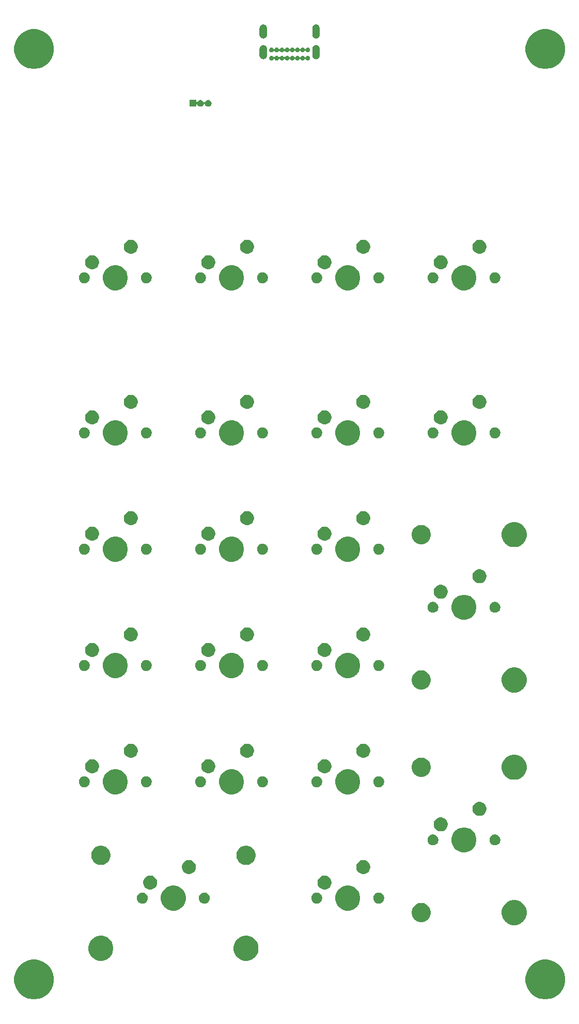
<source format=gbr>
G04 #@! TF.GenerationSoftware,KiCad,Pcbnew,(5.1.5-0-10_14)*
G04 #@! TF.CreationDate,2020-01-27T17:12:38-08:00*
G04 #@! TF.ProjectId,Numpad,4e756d70-6164-42e6-9b69-6361645f7063,rev?*
G04 #@! TF.SameCoordinates,Original*
G04 #@! TF.FileFunction,Soldermask,Bot*
G04 #@! TF.FilePolarity,Negative*
%FSLAX46Y46*%
G04 Gerber Fmt 4.6, Leading zero omitted, Abs format (unit mm)*
G04 Created by KiCad (PCBNEW (5.1.5-0-10_14)) date 2020-01-27 17:12:38*
%MOMM*%
%LPD*%
G04 APERTURE LIST*
%ADD10C,0.100000*%
G04 APERTURE END LIST*
D10*
G36*
X106044239Y-170801467D02*
G01*
X106358282Y-170863934D01*
X106949926Y-171109001D01*
X107482392Y-171464784D01*
X107935216Y-171917608D01*
X108290999Y-172450074D01*
X108536066Y-173041718D01*
X108661000Y-173669804D01*
X108661000Y-174310196D01*
X108536066Y-174938282D01*
X108290999Y-175529926D01*
X107935216Y-176062392D01*
X107482392Y-176515216D01*
X106949926Y-176870999D01*
X106358282Y-177116066D01*
X106044239Y-177178533D01*
X105730197Y-177241000D01*
X105089803Y-177241000D01*
X104775761Y-177178533D01*
X104461718Y-177116066D01*
X103870074Y-176870999D01*
X103337608Y-176515216D01*
X102884784Y-176062392D01*
X102529001Y-175529926D01*
X102283934Y-174938282D01*
X102159000Y-174310196D01*
X102159000Y-173669804D01*
X102283934Y-173041718D01*
X102529001Y-172450074D01*
X102884784Y-171917608D01*
X103337608Y-171464784D01*
X103870074Y-171109001D01*
X104461718Y-170863934D01*
X104775761Y-170801467D01*
X105089803Y-170739000D01*
X105730197Y-170739000D01*
X106044239Y-170801467D01*
G37*
G36*
X22224239Y-170801467D02*
G01*
X22538282Y-170863934D01*
X23129926Y-171109001D01*
X23662392Y-171464784D01*
X24115216Y-171917608D01*
X24470999Y-172450074D01*
X24716066Y-173041718D01*
X24841000Y-173669804D01*
X24841000Y-174310196D01*
X24716066Y-174938282D01*
X24470999Y-175529926D01*
X24115216Y-176062392D01*
X23662392Y-176515216D01*
X23129926Y-176870999D01*
X22538282Y-177116066D01*
X22224239Y-177178533D01*
X21910197Y-177241000D01*
X21269803Y-177241000D01*
X20955761Y-177178533D01*
X20641718Y-177116066D01*
X20050074Y-176870999D01*
X19517608Y-176515216D01*
X19064784Y-176062392D01*
X18709001Y-175529926D01*
X18463934Y-174938282D01*
X18339000Y-174310196D01*
X18339000Y-173669804D01*
X18463934Y-173041718D01*
X18709001Y-172450074D01*
X19064784Y-171917608D01*
X19517608Y-171464784D01*
X20050074Y-171109001D01*
X20641718Y-170863934D01*
X20955761Y-170801467D01*
X21269803Y-170739000D01*
X21910197Y-170739000D01*
X22224239Y-170801467D01*
G37*
G36*
X56948254Y-166922818D02*
G01*
X57321511Y-167077426D01*
X57321513Y-167077427D01*
X57657436Y-167301884D01*
X57943116Y-167587564D01*
X58167574Y-167923489D01*
X58322182Y-168296746D01*
X58401000Y-168692993D01*
X58401000Y-169097007D01*
X58322182Y-169493254D01*
X58167574Y-169866511D01*
X58167573Y-169866513D01*
X57943116Y-170202436D01*
X57657436Y-170488116D01*
X57321513Y-170712573D01*
X57321512Y-170712574D01*
X57321511Y-170712574D01*
X56948254Y-170867182D01*
X56552007Y-170946000D01*
X56147993Y-170946000D01*
X55751746Y-170867182D01*
X55378489Y-170712574D01*
X55378488Y-170712574D01*
X55378487Y-170712573D01*
X55042564Y-170488116D01*
X54756884Y-170202436D01*
X54532427Y-169866513D01*
X54532426Y-169866511D01*
X54377818Y-169493254D01*
X54299000Y-169097007D01*
X54299000Y-168692993D01*
X54377818Y-168296746D01*
X54532426Y-167923489D01*
X54756884Y-167587564D01*
X55042564Y-167301884D01*
X55378487Y-167077427D01*
X55378489Y-167077426D01*
X55751746Y-166922818D01*
X56147993Y-166844000D01*
X56552007Y-166844000D01*
X56948254Y-166922818D01*
G37*
G36*
X33148254Y-166922818D02*
G01*
X33521511Y-167077426D01*
X33521513Y-167077427D01*
X33857436Y-167301884D01*
X34143116Y-167587564D01*
X34367574Y-167923489D01*
X34522182Y-168296746D01*
X34601000Y-168692993D01*
X34601000Y-169097007D01*
X34522182Y-169493254D01*
X34367574Y-169866511D01*
X34367573Y-169866513D01*
X34143116Y-170202436D01*
X33857436Y-170488116D01*
X33521513Y-170712573D01*
X33521512Y-170712574D01*
X33521511Y-170712574D01*
X33148254Y-170867182D01*
X32752007Y-170946000D01*
X32347993Y-170946000D01*
X31951746Y-170867182D01*
X31578489Y-170712574D01*
X31578488Y-170712574D01*
X31578487Y-170712573D01*
X31242564Y-170488116D01*
X30956884Y-170202436D01*
X30732427Y-169866513D01*
X30732426Y-169866511D01*
X30577818Y-169493254D01*
X30499000Y-169097007D01*
X30499000Y-168692993D01*
X30577818Y-168296746D01*
X30732426Y-167923489D01*
X30956884Y-167587564D01*
X31242564Y-167301884D01*
X31578487Y-167077427D01*
X31578489Y-167077426D01*
X31951746Y-166922818D01*
X32347993Y-166844000D01*
X32752007Y-166844000D01*
X33148254Y-166922818D01*
G37*
G36*
X100913254Y-161057818D02*
G01*
X101286511Y-161212426D01*
X101286513Y-161212427D01*
X101622436Y-161436884D01*
X101908116Y-161722564D01*
X102068394Y-161962436D01*
X102132574Y-162058489D01*
X102287182Y-162431746D01*
X102366000Y-162827993D01*
X102366000Y-163232007D01*
X102287182Y-163628254D01*
X102132574Y-164001511D01*
X102132573Y-164001513D01*
X101908116Y-164337436D01*
X101622436Y-164623116D01*
X101286513Y-164847573D01*
X101286512Y-164847574D01*
X101286511Y-164847574D01*
X100913254Y-165002182D01*
X100517007Y-165081000D01*
X100112993Y-165081000D01*
X99716746Y-165002182D01*
X99343489Y-164847574D01*
X99343488Y-164847574D01*
X99343487Y-164847573D01*
X99007564Y-164623116D01*
X98721884Y-164337436D01*
X98497427Y-164001513D01*
X98497426Y-164001511D01*
X98342818Y-163628254D01*
X98264000Y-163232007D01*
X98264000Y-162827993D01*
X98342818Y-162431746D01*
X98497426Y-162058489D01*
X98561607Y-161962436D01*
X98721884Y-161722564D01*
X99007564Y-161436884D01*
X99343487Y-161212427D01*
X99343489Y-161212426D01*
X99716746Y-161057818D01*
X100112993Y-160979000D01*
X100517007Y-160979000D01*
X100913254Y-161057818D01*
G37*
G36*
X85306083Y-161469090D02*
G01*
X85534702Y-161514564D01*
X85821516Y-161633367D01*
X86079642Y-161805841D01*
X86299159Y-162025358D01*
X86471633Y-162283484D01*
X86590436Y-162570298D01*
X86651000Y-162874778D01*
X86651000Y-163185222D01*
X86590436Y-163489702D01*
X86471633Y-163776516D01*
X86299159Y-164034642D01*
X86079642Y-164254159D01*
X85821516Y-164426633D01*
X85534702Y-164545436D01*
X85306083Y-164590910D01*
X85230224Y-164606000D01*
X84919776Y-164606000D01*
X84843917Y-164590910D01*
X84615298Y-164545436D01*
X84328484Y-164426633D01*
X84070358Y-164254159D01*
X83850841Y-164034642D01*
X83678367Y-163776516D01*
X83559564Y-163489702D01*
X83499000Y-163185222D01*
X83499000Y-162874778D01*
X83559564Y-162570298D01*
X83678367Y-162283484D01*
X83850841Y-162025358D01*
X84070358Y-161805841D01*
X84328484Y-161633367D01*
X84615298Y-161514564D01*
X84843917Y-161469090D01*
X84919776Y-161454000D01*
X85230224Y-161454000D01*
X85306083Y-161469090D01*
G37*
G36*
X73623254Y-158682818D02*
G01*
X73996511Y-158837426D01*
X73996513Y-158837427D01*
X74332436Y-159061884D01*
X74618116Y-159347564D01*
X74842574Y-159683489D01*
X74997182Y-160056746D01*
X75076000Y-160452993D01*
X75076000Y-160857007D01*
X74997182Y-161253254D01*
X74842574Y-161626511D01*
X74842573Y-161626513D01*
X74618116Y-161962436D01*
X74332436Y-162248116D01*
X73996513Y-162472573D01*
X73996512Y-162472574D01*
X73996511Y-162472574D01*
X73623254Y-162627182D01*
X73227007Y-162706000D01*
X72822993Y-162706000D01*
X72426746Y-162627182D01*
X72053489Y-162472574D01*
X72053488Y-162472574D01*
X72053487Y-162472573D01*
X71717564Y-162248116D01*
X71431884Y-161962436D01*
X71207427Y-161626513D01*
X71207426Y-161626511D01*
X71052818Y-161253254D01*
X70974000Y-160857007D01*
X70974000Y-160452993D01*
X71052818Y-160056746D01*
X71207426Y-159683489D01*
X71431884Y-159347564D01*
X71717564Y-159061884D01*
X72053487Y-158837427D01*
X72053489Y-158837426D01*
X72426746Y-158682818D01*
X72822993Y-158604000D01*
X73227007Y-158604000D01*
X73623254Y-158682818D01*
G37*
G36*
X45048254Y-158682818D02*
G01*
X45421511Y-158837426D01*
X45421513Y-158837427D01*
X45757436Y-159061884D01*
X46043116Y-159347564D01*
X46267574Y-159683489D01*
X46422182Y-160056746D01*
X46501000Y-160452993D01*
X46501000Y-160857007D01*
X46422182Y-161253254D01*
X46267574Y-161626511D01*
X46267573Y-161626513D01*
X46043116Y-161962436D01*
X45757436Y-162248116D01*
X45421513Y-162472573D01*
X45421512Y-162472574D01*
X45421511Y-162472574D01*
X45048254Y-162627182D01*
X44652007Y-162706000D01*
X44247993Y-162706000D01*
X43851746Y-162627182D01*
X43478489Y-162472574D01*
X43478488Y-162472574D01*
X43478487Y-162472573D01*
X43142564Y-162248116D01*
X42856884Y-161962436D01*
X42632427Y-161626513D01*
X42632426Y-161626511D01*
X42477818Y-161253254D01*
X42399000Y-160857007D01*
X42399000Y-160452993D01*
X42477818Y-160056746D01*
X42632426Y-159683489D01*
X42856884Y-159347564D01*
X43142564Y-159061884D01*
X43478487Y-158837427D01*
X43478489Y-158837426D01*
X43851746Y-158682818D01*
X44247993Y-158604000D01*
X44652007Y-158604000D01*
X45048254Y-158682818D01*
G37*
G36*
X49643512Y-159758927D02*
G01*
X49792812Y-159788624D01*
X49956784Y-159856544D01*
X50104354Y-159955147D01*
X50229853Y-160080646D01*
X50328456Y-160228216D01*
X50396376Y-160392188D01*
X50431000Y-160566259D01*
X50431000Y-160743741D01*
X50396376Y-160917812D01*
X50328456Y-161081784D01*
X50229853Y-161229354D01*
X50104354Y-161354853D01*
X49956784Y-161453456D01*
X49792812Y-161521376D01*
X49643512Y-161551073D01*
X49618742Y-161556000D01*
X49441258Y-161556000D01*
X49416488Y-161551073D01*
X49267188Y-161521376D01*
X49103216Y-161453456D01*
X48955646Y-161354853D01*
X48830147Y-161229354D01*
X48731544Y-161081784D01*
X48663624Y-160917812D01*
X48629000Y-160743741D01*
X48629000Y-160566259D01*
X48663624Y-160392188D01*
X48731544Y-160228216D01*
X48830147Y-160080646D01*
X48955646Y-159955147D01*
X49103216Y-159856544D01*
X49267188Y-159788624D01*
X49416488Y-159758927D01*
X49441258Y-159754000D01*
X49618742Y-159754000D01*
X49643512Y-159758927D01*
G37*
G36*
X39483512Y-159758927D02*
G01*
X39632812Y-159788624D01*
X39796784Y-159856544D01*
X39944354Y-159955147D01*
X40069853Y-160080646D01*
X40168456Y-160228216D01*
X40236376Y-160392188D01*
X40271000Y-160566259D01*
X40271000Y-160743741D01*
X40236376Y-160917812D01*
X40168456Y-161081784D01*
X40069853Y-161229354D01*
X39944354Y-161354853D01*
X39796784Y-161453456D01*
X39632812Y-161521376D01*
X39483512Y-161551073D01*
X39458742Y-161556000D01*
X39281258Y-161556000D01*
X39256488Y-161551073D01*
X39107188Y-161521376D01*
X38943216Y-161453456D01*
X38795646Y-161354853D01*
X38670147Y-161229354D01*
X38571544Y-161081784D01*
X38503624Y-160917812D01*
X38469000Y-160743741D01*
X38469000Y-160566259D01*
X38503624Y-160392188D01*
X38571544Y-160228216D01*
X38670147Y-160080646D01*
X38795646Y-159955147D01*
X38943216Y-159856544D01*
X39107188Y-159788624D01*
X39256488Y-159758927D01*
X39281258Y-159754000D01*
X39458742Y-159754000D01*
X39483512Y-159758927D01*
G37*
G36*
X78218512Y-159758927D02*
G01*
X78367812Y-159788624D01*
X78531784Y-159856544D01*
X78679354Y-159955147D01*
X78804853Y-160080646D01*
X78903456Y-160228216D01*
X78971376Y-160392188D01*
X79006000Y-160566259D01*
X79006000Y-160743741D01*
X78971376Y-160917812D01*
X78903456Y-161081784D01*
X78804853Y-161229354D01*
X78679354Y-161354853D01*
X78531784Y-161453456D01*
X78367812Y-161521376D01*
X78218512Y-161551073D01*
X78193742Y-161556000D01*
X78016258Y-161556000D01*
X77991488Y-161551073D01*
X77842188Y-161521376D01*
X77678216Y-161453456D01*
X77530646Y-161354853D01*
X77405147Y-161229354D01*
X77306544Y-161081784D01*
X77238624Y-160917812D01*
X77204000Y-160743741D01*
X77204000Y-160566259D01*
X77238624Y-160392188D01*
X77306544Y-160228216D01*
X77405147Y-160080646D01*
X77530646Y-159955147D01*
X77678216Y-159856544D01*
X77842188Y-159788624D01*
X77991488Y-159758927D01*
X78016258Y-159754000D01*
X78193742Y-159754000D01*
X78218512Y-159758927D01*
G37*
G36*
X68058512Y-159758927D02*
G01*
X68207812Y-159788624D01*
X68371784Y-159856544D01*
X68519354Y-159955147D01*
X68644853Y-160080646D01*
X68743456Y-160228216D01*
X68811376Y-160392188D01*
X68846000Y-160566259D01*
X68846000Y-160743741D01*
X68811376Y-160917812D01*
X68743456Y-161081784D01*
X68644853Y-161229354D01*
X68519354Y-161354853D01*
X68371784Y-161453456D01*
X68207812Y-161521376D01*
X68058512Y-161551073D01*
X68033742Y-161556000D01*
X67856258Y-161556000D01*
X67831488Y-161551073D01*
X67682188Y-161521376D01*
X67518216Y-161453456D01*
X67370646Y-161354853D01*
X67245147Y-161229354D01*
X67146544Y-161081784D01*
X67078624Y-160917812D01*
X67044000Y-160743741D01*
X67044000Y-160566259D01*
X67078624Y-160392188D01*
X67146544Y-160228216D01*
X67245147Y-160080646D01*
X67370646Y-159955147D01*
X67518216Y-159856544D01*
X67682188Y-159788624D01*
X67831488Y-159758927D01*
X67856258Y-159754000D01*
X68033742Y-159754000D01*
X68058512Y-159758927D01*
G37*
G36*
X40864549Y-156986116D02*
G01*
X40975734Y-157008232D01*
X41185203Y-157094997D01*
X41373720Y-157220960D01*
X41534040Y-157381280D01*
X41660003Y-157569797D01*
X41746768Y-157779266D01*
X41791000Y-158001636D01*
X41791000Y-158228364D01*
X41746768Y-158450734D01*
X41660003Y-158660203D01*
X41534040Y-158848720D01*
X41373720Y-159009040D01*
X41185203Y-159135003D01*
X40975734Y-159221768D01*
X40864549Y-159243884D01*
X40753365Y-159266000D01*
X40526635Y-159266000D01*
X40415451Y-159243884D01*
X40304266Y-159221768D01*
X40094797Y-159135003D01*
X39906280Y-159009040D01*
X39745960Y-158848720D01*
X39619997Y-158660203D01*
X39533232Y-158450734D01*
X39489000Y-158228364D01*
X39489000Y-158001636D01*
X39533232Y-157779266D01*
X39619997Y-157569797D01*
X39745960Y-157381280D01*
X39906280Y-157220960D01*
X40094797Y-157094997D01*
X40304266Y-157008232D01*
X40415451Y-156986116D01*
X40526635Y-156964000D01*
X40753365Y-156964000D01*
X40864549Y-156986116D01*
G37*
G36*
X69439549Y-156986116D02*
G01*
X69550734Y-157008232D01*
X69760203Y-157094997D01*
X69948720Y-157220960D01*
X70109040Y-157381280D01*
X70235003Y-157569797D01*
X70321768Y-157779266D01*
X70366000Y-158001636D01*
X70366000Y-158228364D01*
X70321768Y-158450734D01*
X70235003Y-158660203D01*
X70109040Y-158848720D01*
X69948720Y-159009040D01*
X69760203Y-159135003D01*
X69550734Y-159221768D01*
X69439549Y-159243884D01*
X69328365Y-159266000D01*
X69101635Y-159266000D01*
X68990451Y-159243884D01*
X68879266Y-159221768D01*
X68669797Y-159135003D01*
X68481280Y-159009040D01*
X68320960Y-158848720D01*
X68194997Y-158660203D01*
X68108232Y-158450734D01*
X68064000Y-158228364D01*
X68064000Y-158001636D01*
X68108232Y-157779266D01*
X68194997Y-157569797D01*
X68320960Y-157381280D01*
X68481280Y-157220960D01*
X68669797Y-157094997D01*
X68879266Y-157008232D01*
X68990451Y-156986116D01*
X69101635Y-156964000D01*
X69328365Y-156964000D01*
X69439549Y-156986116D01*
G37*
G36*
X47214549Y-154446116D02*
G01*
X47325734Y-154468232D01*
X47535203Y-154554997D01*
X47723720Y-154680960D01*
X47884040Y-154841280D01*
X48010003Y-155029797D01*
X48096768Y-155239266D01*
X48141000Y-155461636D01*
X48141000Y-155688364D01*
X48096768Y-155910734D01*
X48010003Y-156120203D01*
X47884040Y-156308720D01*
X47723720Y-156469040D01*
X47535203Y-156595003D01*
X47325734Y-156681768D01*
X47214549Y-156703884D01*
X47103365Y-156726000D01*
X46876635Y-156726000D01*
X46765451Y-156703884D01*
X46654266Y-156681768D01*
X46444797Y-156595003D01*
X46256280Y-156469040D01*
X46095960Y-156308720D01*
X45969997Y-156120203D01*
X45883232Y-155910734D01*
X45839000Y-155688364D01*
X45839000Y-155461636D01*
X45883232Y-155239266D01*
X45969997Y-155029797D01*
X46095960Y-154841280D01*
X46256280Y-154680960D01*
X46444797Y-154554997D01*
X46654266Y-154468232D01*
X46765451Y-154446116D01*
X46876635Y-154424000D01*
X47103365Y-154424000D01*
X47214549Y-154446116D01*
G37*
G36*
X75789549Y-154446116D02*
G01*
X75900734Y-154468232D01*
X76110203Y-154554997D01*
X76298720Y-154680960D01*
X76459040Y-154841280D01*
X76585003Y-155029797D01*
X76671768Y-155239266D01*
X76716000Y-155461636D01*
X76716000Y-155688364D01*
X76671768Y-155910734D01*
X76585003Y-156120203D01*
X76459040Y-156308720D01*
X76298720Y-156469040D01*
X76110203Y-156595003D01*
X75900734Y-156681768D01*
X75789549Y-156703884D01*
X75678365Y-156726000D01*
X75451635Y-156726000D01*
X75340451Y-156703884D01*
X75229266Y-156681768D01*
X75019797Y-156595003D01*
X74831280Y-156469040D01*
X74670960Y-156308720D01*
X74544997Y-156120203D01*
X74458232Y-155910734D01*
X74414000Y-155688364D01*
X74414000Y-155461636D01*
X74458232Y-155239266D01*
X74544997Y-155029797D01*
X74670960Y-154841280D01*
X74831280Y-154680960D01*
X75019797Y-154554997D01*
X75229266Y-154468232D01*
X75340451Y-154446116D01*
X75451635Y-154424000D01*
X75678365Y-154424000D01*
X75789549Y-154446116D01*
G37*
G36*
X32781083Y-152094090D02*
G01*
X33009702Y-152139564D01*
X33296516Y-152258367D01*
X33554642Y-152430841D01*
X33774159Y-152650358D01*
X33946633Y-152908484D01*
X34065436Y-153195298D01*
X34126000Y-153499778D01*
X34126000Y-153810222D01*
X34065436Y-154114702D01*
X33946633Y-154401516D01*
X33774159Y-154659642D01*
X33554642Y-154879159D01*
X33296516Y-155051633D01*
X33009702Y-155170436D01*
X32781083Y-155215910D01*
X32705224Y-155231000D01*
X32394776Y-155231000D01*
X32318917Y-155215910D01*
X32090298Y-155170436D01*
X31803484Y-155051633D01*
X31545358Y-154879159D01*
X31325841Y-154659642D01*
X31153367Y-154401516D01*
X31034564Y-154114702D01*
X30974000Y-153810222D01*
X30974000Y-153499778D01*
X31034564Y-153195298D01*
X31153367Y-152908484D01*
X31325841Y-152650358D01*
X31545358Y-152430841D01*
X31803484Y-152258367D01*
X32090298Y-152139564D01*
X32318917Y-152094090D01*
X32394776Y-152079000D01*
X32705224Y-152079000D01*
X32781083Y-152094090D01*
G37*
G36*
X56581083Y-152094090D02*
G01*
X56809702Y-152139564D01*
X57096516Y-152258367D01*
X57354642Y-152430841D01*
X57574159Y-152650358D01*
X57746633Y-152908484D01*
X57865436Y-153195298D01*
X57926000Y-153499778D01*
X57926000Y-153810222D01*
X57865436Y-154114702D01*
X57746633Y-154401516D01*
X57574159Y-154659642D01*
X57354642Y-154879159D01*
X57096516Y-155051633D01*
X56809702Y-155170436D01*
X56581083Y-155215910D01*
X56505224Y-155231000D01*
X56194776Y-155231000D01*
X56118917Y-155215910D01*
X55890298Y-155170436D01*
X55603484Y-155051633D01*
X55345358Y-154879159D01*
X55125841Y-154659642D01*
X54953367Y-154401516D01*
X54834564Y-154114702D01*
X54774000Y-153810222D01*
X54774000Y-153499778D01*
X54834564Y-153195298D01*
X54953367Y-152908484D01*
X55125841Y-152650358D01*
X55345358Y-152430841D01*
X55603484Y-152258367D01*
X55890298Y-152139564D01*
X56118917Y-152094090D01*
X56194776Y-152079000D01*
X56505224Y-152079000D01*
X56581083Y-152094090D01*
G37*
G36*
X92673254Y-149157818D02*
G01*
X93046511Y-149312426D01*
X93046513Y-149312427D01*
X93382436Y-149536884D01*
X93668116Y-149822564D01*
X93892574Y-150158489D01*
X94047182Y-150531746D01*
X94126000Y-150927993D01*
X94126000Y-151332007D01*
X94047182Y-151728254D01*
X93901898Y-152079000D01*
X93892573Y-152101513D01*
X93668116Y-152437436D01*
X93382436Y-152723116D01*
X93046513Y-152947573D01*
X93046512Y-152947574D01*
X93046511Y-152947574D01*
X92673254Y-153102182D01*
X92277007Y-153181000D01*
X91872993Y-153181000D01*
X91476746Y-153102182D01*
X91103489Y-152947574D01*
X91103488Y-152947574D01*
X91103487Y-152947573D01*
X90767564Y-152723116D01*
X90481884Y-152437436D01*
X90257427Y-152101513D01*
X90248102Y-152079000D01*
X90102818Y-151728254D01*
X90024000Y-151332007D01*
X90024000Y-150927993D01*
X90102818Y-150531746D01*
X90257426Y-150158489D01*
X90481884Y-149822564D01*
X90767564Y-149536884D01*
X91103487Y-149312427D01*
X91103489Y-149312426D01*
X91476746Y-149157818D01*
X91872993Y-149079000D01*
X92277007Y-149079000D01*
X92673254Y-149157818D01*
G37*
G36*
X97268512Y-150233927D02*
G01*
X97417812Y-150263624D01*
X97581784Y-150331544D01*
X97729354Y-150430147D01*
X97854853Y-150555646D01*
X97953456Y-150703216D01*
X98021376Y-150867188D01*
X98056000Y-151041259D01*
X98056000Y-151218741D01*
X98021376Y-151392812D01*
X97953456Y-151556784D01*
X97854853Y-151704354D01*
X97729354Y-151829853D01*
X97581784Y-151928456D01*
X97417812Y-151996376D01*
X97268512Y-152026073D01*
X97243742Y-152031000D01*
X97066258Y-152031000D01*
X97041488Y-152026073D01*
X96892188Y-151996376D01*
X96728216Y-151928456D01*
X96580646Y-151829853D01*
X96455147Y-151704354D01*
X96356544Y-151556784D01*
X96288624Y-151392812D01*
X96254000Y-151218741D01*
X96254000Y-151041259D01*
X96288624Y-150867188D01*
X96356544Y-150703216D01*
X96455147Y-150555646D01*
X96580646Y-150430147D01*
X96728216Y-150331544D01*
X96892188Y-150263624D01*
X97041488Y-150233927D01*
X97066258Y-150229000D01*
X97243742Y-150229000D01*
X97268512Y-150233927D01*
G37*
G36*
X87108512Y-150233927D02*
G01*
X87257812Y-150263624D01*
X87421784Y-150331544D01*
X87569354Y-150430147D01*
X87694853Y-150555646D01*
X87793456Y-150703216D01*
X87861376Y-150867188D01*
X87896000Y-151041259D01*
X87896000Y-151218741D01*
X87861376Y-151392812D01*
X87793456Y-151556784D01*
X87694853Y-151704354D01*
X87569354Y-151829853D01*
X87421784Y-151928456D01*
X87257812Y-151996376D01*
X87108512Y-152026073D01*
X87083742Y-152031000D01*
X86906258Y-152031000D01*
X86881488Y-152026073D01*
X86732188Y-151996376D01*
X86568216Y-151928456D01*
X86420646Y-151829853D01*
X86295147Y-151704354D01*
X86196544Y-151556784D01*
X86128624Y-151392812D01*
X86094000Y-151218741D01*
X86094000Y-151041259D01*
X86128624Y-150867188D01*
X86196544Y-150703216D01*
X86295147Y-150555646D01*
X86420646Y-150430147D01*
X86568216Y-150331544D01*
X86732188Y-150263624D01*
X86881488Y-150233927D01*
X86906258Y-150229000D01*
X87083742Y-150229000D01*
X87108512Y-150233927D01*
G37*
G36*
X88489549Y-147461116D02*
G01*
X88600734Y-147483232D01*
X88810203Y-147569997D01*
X88998720Y-147695960D01*
X89159040Y-147856280D01*
X89285003Y-148044797D01*
X89371768Y-148254266D01*
X89416000Y-148476636D01*
X89416000Y-148703364D01*
X89371768Y-148925734D01*
X89285003Y-149135203D01*
X89159040Y-149323720D01*
X88998720Y-149484040D01*
X88810203Y-149610003D01*
X88600734Y-149696768D01*
X88489549Y-149718884D01*
X88378365Y-149741000D01*
X88151635Y-149741000D01*
X88040451Y-149718884D01*
X87929266Y-149696768D01*
X87719797Y-149610003D01*
X87531280Y-149484040D01*
X87370960Y-149323720D01*
X87244997Y-149135203D01*
X87158232Y-148925734D01*
X87114000Y-148703364D01*
X87114000Y-148476636D01*
X87158232Y-148254266D01*
X87244997Y-148044797D01*
X87370960Y-147856280D01*
X87531280Y-147695960D01*
X87719797Y-147569997D01*
X87929266Y-147483232D01*
X88040451Y-147461116D01*
X88151635Y-147439000D01*
X88378365Y-147439000D01*
X88489549Y-147461116D01*
G37*
G36*
X94839549Y-144921116D02*
G01*
X94950734Y-144943232D01*
X95160203Y-145029997D01*
X95348720Y-145155960D01*
X95509040Y-145316280D01*
X95635003Y-145504797D01*
X95721768Y-145714266D01*
X95766000Y-145936636D01*
X95766000Y-146163364D01*
X95721768Y-146385734D01*
X95635003Y-146595203D01*
X95509040Y-146783720D01*
X95348720Y-146944040D01*
X95160203Y-147070003D01*
X94950734Y-147156768D01*
X94839549Y-147178884D01*
X94728365Y-147201000D01*
X94501635Y-147201000D01*
X94390451Y-147178884D01*
X94279266Y-147156768D01*
X94069797Y-147070003D01*
X93881280Y-146944040D01*
X93720960Y-146783720D01*
X93594997Y-146595203D01*
X93508232Y-146385734D01*
X93464000Y-146163364D01*
X93464000Y-145936636D01*
X93508232Y-145714266D01*
X93594997Y-145504797D01*
X93720960Y-145316280D01*
X93881280Y-145155960D01*
X94069797Y-145029997D01*
X94279266Y-144943232D01*
X94390451Y-144921116D01*
X94501635Y-144899000D01*
X94728365Y-144899000D01*
X94839549Y-144921116D01*
G37*
G36*
X35523254Y-139632818D02*
G01*
X35896511Y-139787426D01*
X35896513Y-139787427D01*
X36232436Y-140011884D01*
X36518116Y-140297564D01*
X36678394Y-140537436D01*
X36742574Y-140633489D01*
X36897182Y-141006746D01*
X36976000Y-141402993D01*
X36976000Y-141807007D01*
X36897182Y-142203254D01*
X36742574Y-142576511D01*
X36742573Y-142576513D01*
X36518116Y-142912436D01*
X36232436Y-143198116D01*
X35896513Y-143422573D01*
X35896512Y-143422574D01*
X35896511Y-143422574D01*
X35523254Y-143577182D01*
X35127007Y-143656000D01*
X34722993Y-143656000D01*
X34326746Y-143577182D01*
X33953489Y-143422574D01*
X33953488Y-143422574D01*
X33953487Y-143422573D01*
X33617564Y-143198116D01*
X33331884Y-142912436D01*
X33107427Y-142576513D01*
X33107426Y-142576511D01*
X32952818Y-142203254D01*
X32874000Y-141807007D01*
X32874000Y-141402993D01*
X32952818Y-141006746D01*
X33107426Y-140633489D01*
X33171607Y-140537436D01*
X33331884Y-140297564D01*
X33617564Y-140011884D01*
X33953487Y-139787427D01*
X33953489Y-139787426D01*
X34326746Y-139632818D01*
X34722993Y-139554000D01*
X35127007Y-139554000D01*
X35523254Y-139632818D01*
G37*
G36*
X54573254Y-139632818D02*
G01*
X54946511Y-139787426D01*
X54946513Y-139787427D01*
X55282436Y-140011884D01*
X55568116Y-140297564D01*
X55728394Y-140537436D01*
X55792574Y-140633489D01*
X55947182Y-141006746D01*
X56026000Y-141402993D01*
X56026000Y-141807007D01*
X55947182Y-142203254D01*
X55792574Y-142576511D01*
X55792573Y-142576513D01*
X55568116Y-142912436D01*
X55282436Y-143198116D01*
X54946513Y-143422573D01*
X54946512Y-143422574D01*
X54946511Y-143422574D01*
X54573254Y-143577182D01*
X54177007Y-143656000D01*
X53772993Y-143656000D01*
X53376746Y-143577182D01*
X53003489Y-143422574D01*
X53003488Y-143422574D01*
X53003487Y-143422573D01*
X52667564Y-143198116D01*
X52381884Y-142912436D01*
X52157427Y-142576513D01*
X52157426Y-142576511D01*
X52002818Y-142203254D01*
X51924000Y-141807007D01*
X51924000Y-141402993D01*
X52002818Y-141006746D01*
X52157426Y-140633489D01*
X52221607Y-140537436D01*
X52381884Y-140297564D01*
X52667564Y-140011884D01*
X53003487Y-139787427D01*
X53003489Y-139787426D01*
X53376746Y-139632818D01*
X53772993Y-139554000D01*
X54177007Y-139554000D01*
X54573254Y-139632818D01*
G37*
G36*
X73623254Y-139632818D02*
G01*
X73996511Y-139787426D01*
X73996513Y-139787427D01*
X74332436Y-140011884D01*
X74618116Y-140297564D01*
X74778394Y-140537436D01*
X74842574Y-140633489D01*
X74997182Y-141006746D01*
X75076000Y-141402993D01*
X75076000Y-141807007D01*
X74997182Y-142203254D01*
X74842574Y-142576511D01*
X74842573Y-142576513D01*
X74618116Y-142912436D01*
X74332436Y-143198116D01*
X73996513Y-143422573D01*
X73996512Y-143422574D01*
X73996511Y-143422574D01*
X73623254Y-143577182D01*
X73227007Y-143656000D01*
X72822993Y-143656000D01*
X72426746Y-143577182D01*
X72053489Y-143422574D01*
X72053488Y-143422574D01*
X72053487Y-143422573D01*
X71717564Y-143198116D01*
X71431884Y-142912436D01*
X71207427Y-142576513D01*
X71207426Y-142576511D01*
X71052818Y-142203254D01*
X70974000Y-141807007D01*
X70974000Y-141402993D01*
X71052818Y-141006746D01*
X71207426Y-140633489D01*
X71271607Y-140537436D01*
X71431884Y-140297564D01*
X71717564Y-140011884D01*
X72053487Y-139787427D01*
X72053489Y-139787426D01*
X72426746Y-139632818D01*
X72822993Y-139554000D01*
X73227007Y-139554000D01*
X73623254Y-139632818D01*
G37*
G36*
X68058512Y-140708927D02*
G01*
X68207812Y-140738624D01*
X68371784Y-140806544D01*
X68519354Y-140905147D01*
X68644853Y-141030646D01*
X68743456Y-141178216D01*
X68811376Y-141342188D01*
X68846000Y-141516259D01*
X68846000Y-141693741D01*
X68811376Y-141867812D01*
X68743456Y-142031784D01*
X68644853Y-142179354D01*
X68519354Y-142304853D01*
X68371784Y-142403456D01*
X68207812Y-142471376D01*
X68058512Y-142501073D01*
X68033742Y-142506000D01*
X67856258Y-142506000D01*
X67831488Y-142501073D01*
X67682188Y-142471376D01*
X67518216Y-142403456D01*
X67370646Y-142304853D01*
X67245147Y-142179354D01*
X67146544Y-142031784D01*
X67078624Y-141867812D01*
X67044000Y-141693741D01*
X67044000Y-141516259D01*
X67078624Y-141342188D01*
X67146544Y-141178216D01*
X67245147Y-141030646D01*
X67370646Y-140905147D01*
X67518216Y-140806544D01*
X67682188Y-140738624D01*
X67831488Y-140708927D01*
X67856258Y-140704000D01*
X68033742Y-140704000D01*
X68058512Y-140708927D01*
G37*
G36*
X78218512Y-140708927D02*
G01*
X78367812Y-140738624D01*
X78531784Y-140806544D01*
X78679354Y-140905147D01*
X78804853Y-141030646D01*
X78903456Y-141178216D01*
X78971376Y-141342188D01*
X79006000Y-141516259D01*
X79006000Y-141693741D01*
X78971376Y-141867812D01*
X78903456Y-142031784D01*
X78804853Y-142179354D01*
X78679354Y-142304853D01*
X78531784Y-142403456D01*
X78367812Y-142471376D01*
X78218512Y-142501073D01*
X78193742Y-142506000D01*
X78016258Y-142506000D01*
X77991488Y-142501073D01*
X77842188Y-142471376D01*
X77678216Y-142403456D01*
X77530646Y-142304853D01*
X77405147Y-142179354D01*
X77306544Y-142031784D01*
X77238624Y-141867812D01*
X77204000Y-141693741D01*
X77204000Y-141516259D01*
X77238624Y-141342188D01*
X77306544Y-141178216D01*
X77405147Y-141030646D01*
X77530646Y-140905147D01*
X77678216Y-140806544D01*
X77842188Y-140738624D01*
X77991488Y-140708927D01*
X78016258Y-140704000D01*
X78193742Y-140704000D01*
X78218512Y-140708927D01*
G37*
G36*
X59168512Y-140708927D02*
G01*
X59317812Y-140738624D01*
X59481784Y-140806544D01*
X59629354Y-140905147D01*
X59754853Y-141030646D01*
X59853456Y-141178216D01*
X59921376Y-141342188D01*
X59956000Y-141516259D01*
X59956000Y-141693741D01*
X59921376Y-141867812D01*
X59853456Y-142031784D01*
X59754853Y-142179354D01*
X59629354Y-142304853D01*
X59481784Y-142403456D01*
X59317812Y-142471376D01*
X59168512Y-142501073D01*
X59143742Y-142506000D01*
X58966258Y-142506000D01*
X58941488Y-142501073D01*
X58792188Y-142471376D01*
X58628216Y-142403456D01*
X58480646Y-142304853D01*
X58355147Y-142179354D01*
X58256544Y-142031784D01*
X58188624Y-141867812D01*
X58154000Y-141693741D01*
X58154000Y-141516259D01*
X58188624Y-141342188D01*
X58256544Y-141178216D01*
X58355147Y-141030646D01*
X58480646Y-140905147D01*
X58628216Y-140806544D01*
X58792188Y-140738624D01*
X58941488Y-140708927D01*
X58966258Y-140704000D01*
X59143742Y-140704000D01*
X59168512Y-140708927D01*
G37*
G36*
X40118512Y-140708927D02*
G01*
X40267812Y-140738624D01*
X40431784Y-140806544D01*
X40579354Y-140905147D01*
X40704853Y-141030646D01*
X40803456Y-141178216D01*
X40871376Y-141342188D01*
X40906000Y-141516259D01*
X40906000Y-141693741D01*
X40871376Y-141867812D01*
X40803456Y-142031784D01*
X40704853Y-142179354D01*
X40579354Y-142304853D01*
X40431784Y-142403456D01*
X40267812Y-142471376D01*
X40118512Y-142501073D01*
X40093742Y-142506000D01*
X39916258Y-142506000D01*
X39891488Y-142501073D01*
X39742188Y-142471376D01*
X39578216Y-142403456D01*
X39430646Y-142304853D01*
X39305147Y-142179354D01*
X39206544Y-142031784D01*
X39138624Y-141867812D01*
X39104000Y-141693741D01*
X39104000Y-141516259D01*
X39138624Y-141342188D01*
X39206544Y-141178216D01*
X39305147Y-141030646D01*
X39430646Y-140905147D01*
X39578216Y-140806544D01*
X39742188Y-140738624D01*
X39891488Y-140708927D01*
X39916258Y-140704000D01*
X40093742Y-140704000D01*
X40118512Y-140708927D01*
G37*
G36*
X49008512Y-140708927D02*
G01*
X49157812Y-140738624D01*
X49321784Y-140806544D01*
X49469354Y-140905147D01*
X49594853Y-141030646D01*
X49693456Y-141178216D01*
X49761376Y-141342188D01*
X49796000Y-141516259D01*
X49796000Y-141693741D01*
X49761376Y-141867812D01*
X49693456Y-142031784D01*
X49594853Y-142179354D01*
X49469354Y-142304853D01*
X49321784Y-142403456D01*
X49157812Y-142471376D01*
X49008512Y-142501073D01*
X48983742Y-142506000D01*
X48806258Y-142506000D01*
X48781488Y-142501073D01*
X48632188Y-142471376D01*
X48468216Y-142403456D01*
X48320646Y-142304853D01*
X48195147Y-142179354D01*
X48096544Y-142031784D01*
X48028624Y-141867812D01*
X47994000Y-141693741D01*
X47994000Y-141516259D01*
X48028624Y-141342188D01*
X48096544Y-141178216D01*
X48195147Y-141030646D01*
X48320646Y-140905147D01*
X48468216Y-140806544D01*
X48632188Y-140738624D01*
X48781488Y-140708927D01*
X48806258Y-140704000D01*
X48983742Y-140704000D01*
X49008512Y-140708927D01*
G37*
G36*
X29958512Y-140708927D02*
G01*
X30107812Y-140738624D01*
X30271784Y-140806544D01*
X30419354Y-140905147D01*
X30544853Y-141030646D01*
X30643456Y-141178216D01*
X30711376Y-141342188D01*
X30746000Y-141516259D01*
X30746000Y-141693741D01*
X30711376Y-141867812D01*
X30643456Y-142031784D01*
X30544853Y-142179354D01*
X30419354Y-142304853D01*
X30271784Y-142403456D01*
X30107812Y-142471376D01*
X29958512Y-142501073D01*
X29933742Y-142506000D01*
X29756258Y-142506000D01*
X29731488Y-142501073D01*
X29582188Y-142471376D01*
X29418216Y-142403456D01*
X29270646Y-142304853D01*
X29145147Y-142179354D01*
X29046544Y-142031784D01*
X28978624Y-141867812D01*
X28944000Y-141693741D01*
X28944000Y-141516259D01*
X28978624Y-141342188D01*
X29046544Y-141178216D01*
X29145147Y-141030646D01*
X29270646Y-140905147D01*
X29418216Y-140806544D01*
X29582188Y-140738624D01*
X29731488Y-140708927D01*
X29756258Y-140704000D01*
X29933742Y-140704000D01*
X29958512Y-140708927D01*
G37*
G36*
X100913254Y-137257818D02*
G01*
X101286511Y-137412426D01*
X101286513Y-137412427D01*
X101622436Y-137636884D01*
X101908116Y-137922564D01*
X101989923Y-138044996D01*
X102132574Y-138258489D01*
X102287182Y-138631746D01*
X102366000Y-139027993D01*
X102366000Y-139432007D01*
X102287182Y-139828254D01*
X102144894Y-140171768D01*
X102132573Y-140201513D01*
X101908116Y-140537436D01*
X101622436Y-140823116D01*
X101286513Y-141047573D01*
X101286512Y-141047574D01*
X101286511Y-141047574D01*
X100913254Y-141202182D01*
X100517007Y-141281000D01*
X100112993Y-141281000D01*
X99716746Y-141202182D01*
X99343489Y-141047574D01*
X99343488Y-141047574D01*
X99343487Y-141047573D01*
X99007564Y-140823116D01*
X98721884Y-140537436D01*
X98497427Y-140201513D01*
X98485106Y-140171768D01*
X98342818Y-139828254D01*
X98264000Y-139432007D01*
X98264000Y-139027993D01*
X98342818Y-138631746D01*
X98497426Y-138258489D01*
X98640078Y-138044996D01*
X98721884Y-137922564D01*
X99007564Y-137636884D01*
X99343487Y-137412427D01*
X99343489Y-137412426D01*
X99716746Y-137257818D01*
X100112993Y-137179000D01*
X100517007Y-137179000D01*
X100913254Y-137257818D01*
G37*
G36*
X85306083Y-137669090D02*
G01*
X85534702Y-137714564D01*
X85821516Y-137833367D01*
X86079642Y-138005841D01*
X86299159Y-138225358D01*
X86471633Y-138483484D01*
X86590436Y-138770298D01*
X86651000Y-139074778D01*
X86651000Y-139385222D01*
X86590436Y-139689702D01*
X86471633Y-139976516D01*
X86299159Y-140234642D01*
X86079642Y-140454159D01*
X85821516Y-140626633D01*
X85534702Y-140745436D01*
X85306083Y-140790910D01*
X85230224Y-140806000D01*
X84919776Y-140806000D01*
X84843917Y-140790910D01*
X84615298Y-140745436D01*
X84328484Y-140626633D01*
X84070358Y-140454159D01*
X83850841Y-140234642D01*
X83678367Y-139976516D01*
X83559564Y-139689702D01*
X83499000Y-139385222D01*
X83499000Y-139074778D01*
X83559564Y-138770298D01*
X83678367Y-138483484D01*
X83850841Y-138225358D01*
X84070358Y-138005841D01*
X84328484Y-137833367D01*
X84615298Y-137714564D01*
X84843917Y-137669090D01*
X84919776Y-137654000D01*
X85230224Y-137654000D01*
X85306083Y-137669090D01*
G37*
G36*
X69439549Y-137936116D02*
G01*
X69550734Y-137958232D01*
X69760203Y-138044997D01*
X69948720Y-138170960D01*
X70109040Y-138331280D01*
X70235003Y-138519797D01*
X70321768Y-138729266D01*
X70366000Y-138951636D01*
X70366000Y-139178364D01*
X70321768Y-139400734D01*
X70235003Y-139610203D01*
X70109040Y-139798720D01*
X69948720Y-139959040D01*
X69760203Y-140085003D01*
X69550734Y-140171768D01*
X69439549Y-140193884D01*
X69328365Y-140216000D01*
X69101635Y-140216000D01*
X68990451Y-140193884D01*
X68879266Y-140171768D01*
X68669797Y-140085003D01*
X68481280Y-139959040D01*
X68320960Y-139798720D01*
X68194997Y-139610203D01*
X68108232Y-139400734D01*
X68064000Y-139178364D01*
X68064000Y-138951636D01*
X68108232Y-138729266D01*
X68194997Y-138519797D01*
X68320960Y-138331280D01*
X68481280Y-138170960D01*
X68669797Y-138044997D01*
X68879266Y-137958232D01*
X68990451Y-137936116D01*
X69101635Y-137914000D01*
X69328365Y-137914000D01*
X69439549Y-137936116D01*
G37*
G36*
X50389549Y-137936116D02*
G01*
X50500734Y-137958232D01*
X50710203Y-138044997D01*
X50898720Y-138170960D01*
X51059040Y-138331280D01*
X51185003Y-138519797D01*
X51271768Y-138729266D01*
X51316000Y-138951636D01*
X51316000Y-139178364D01*
X51271768Y-139400734D01*
X51185003Y-139610203D01*
X51059040Y-139798720D01*
X50898720Y-139959040D01*
X50710203Y-140085003D01*
X50500734Y-140171768D01*
X50389549Y-140193884D01*
X50278365Y-140216000D01*
X50051635Y-140216000D01*
X49940451Y-140193884D01*
X49829266Y-140171768D01*
X49619797Y-140085003D01*
X49431280Y-139959040D01*
X49270960Y-139798720D01*
X49144997Y-139610203D01*
X49058232Y-139400734D01*
X49014000Y-139178364D01*
X49014000Y-138951636D01*
X49058232Y-138729266D01*
X49144997Y-138519797D01*
X49270960Y-138331280D01*
X49431280Y-138170960D01*
X49619797Y-138044997D01*
X49829266Y-137958232D01*
X49940451Y-137936116D01*
X50051635Y-137914000D01*
X50278365Y-137914000D01*
X50389549Y-137936116D01*
G37*
G36*
X31339549Y-137936116D02*
G01*
X31450734Y-137958232D01*
X31660203Y-138044997D01*
X31848720Y-138170960D01*
X32009040Y-138331280D01*
X32135003Y-138519797D01*
X32221768Y-138729266D01*
X32266000Y-138951636D01*
X32266000Y-139178364D01*
X32221768Y-139400734D01*
X32135003Y-139610203D01*
X32009040Y-139798720D01*
X31848720Y-139959040D01*
X31660203Y-140085003D01*
X31450734Y-140171768D01*
X31339549Y-140193884D01*
X31228365Y-140216000D01*
X31001635Y-140216000D01*
X30890451Y-140193884D01*
X30779266Y-140171768D01*
X30569797Y-140085003D01*
X30381280Y-139959040D01*
X30220960Y-139798720D01*
X30094997Y-139610203D01*
X30008232Y-139400734D01*
X29964000Y-139178364D01*
X29964000Y-138951636D01*
X30008232Y-138729266D01*
X30094997Y-138519797D01*
X30220960Y-138331280D01*
X30381280Y-138170960D01*
X30569797Y-138044997D01*
X30779266Y-137958232D01*
X30890451Y-137936116D01*
X31001635Y-137914000D01*
X31228365Y-137914000D01*
X31339549Y-137936116D01*
G37*
G36*
X75789549Y-135396116D02*
G01*
X75900734Y-135418232D01*
X76110203Y-135504997D01*
X76298720Y-135630960D01*
X76459040Y-135791280D01*
X76585003Y-135979797D01*
X76671768Y-136189266D01*
X76716000Y-136411636D01*
X76716000Y-136638364D01*
X76671768Y-136860734D01*
X76585003Y-137070203D01*
X76459040Y-137258720D01*
X76298720Y-137419040D01*
X76110203Y-137545003D01*
X75900734Y-137631768D01*
X75789549Y-137653884D01*
X75678365Y-137676000D01*
X75451635Y-137676000D01*
X75340451Y-137653884D01*
X75229266Y-137631768D01*
X75019797Y-137545003D01*
X74831280Y-137419040D01*
X74670960Y-137258720D01*
X74544997Y-137070203D01*
X74458232Y-136860734D01*
X74414000Y-136638364D01*
X74414000Y-136411636D01*
X74458232Y-136189266D01*
X74544997Y-135979797D01*
X74670960Y-135791280D01*
X74831280Y-135630960D01*
X75019797Y-135504997D01*
X75229266Y-135418232D01*
X75340451Y-135396116D01*
X75451635Y-135374000D01*
X75678365Y-135374000D01*
X75789549Y-135396116D01*
G37*
G36*
X56739549Y-135396116D02*
G01*
X56850734Y-135418232D01*
X57060203Y-135504997D01*
X57248720Y-135630960D01*
X57409040Y-135791280D01*
X57535003Y-135979797D01*
X57621768Y-136189266D01*
X57666000Y-136411636D01*
X57666000Y-136638364D01*
X57621768Y-136860734D01*
X57535003Y-137070203D01*
X57409040Y-137258720D01*
X57248720Y-137419040D01*
X57060203Y-137545003D01*
X56850734Y-137631768D01*
X56739549Y-137653884D01*
X56628365Y-137676000D01*
X56401635Y-137676000D01*
X56290451Y-137653884D01*
X56179266Y-137631768D01*
X55969797Y-137545003D01*
X55781280Y-137419040D01*
X55620960Y-137258720D01*
X55494997Y-137070203D01*
X55408232Y-136860734D01*
X55364000Y-136638364D01*
X55364000Y-136411636D01*
X55408232Y-136189266D01*
X55494997Y-135979797D01*
X55620960Y-135791280D01*
X55781280Y-135630960D01*
X55969797Y-135504997D01*
X56179266Y-135418232D01*
X56290451Y-135396116D01*
X56401635Y-135374000D01*
X56628365Y-135374000D01*
X56739549Y-135396116D01*
G37*
G36*
X37689549Y-135396116D02*
G01*
X37800734Y-135418232D01*
X38010203Y-135504997D01*
X38198720Y-135630960D01*
X38359040Y-135791280D01*
X38485003Y-135979797D01*
X38571768Y-136189266D01*
X38616000Y-136411636D01*
X38616000Y-136638364D01*
X38571768Y-136860734D01*
X38485003Y-137070203D01*
X38359040Y-137258720D01*
X38198720Y-137419040D01*
X38010203Y-137545003D01*
X37800734Y-137631768D01*
X37689549Y-137653884D01*
X37578365Y-137676000D01*
X37351635Y-137676000D01*
X37240451Y-137653884D01*
X37129266Y-137631768D01*
X36919797Y-137545003D01*
X36731280Y-137419040D01*
X36570960Y-137258720D01*
X36444997Y-137070203D01*
X36358232Y-136860734D01*
X36314000Y-136638364D01*
X36314000Y-136411636D01*
X36358232Y-136189266D01*
X36444997Y-135979797D01*
X36570960Y-135791280D01*
X36731280Y-135630960D01*
X36919797Y-135504997D01*
X37129266Y-135418232D01*
X37240451Y-135396116D01*
X37351635Y-135374000D01*
X37578365Y-135374000D01*
X37689549Y-135396116D01*
G37*
G36*
X100913254Y-122957818D02*
G01*
X101286511Y-123112426D01*
X101286513Y-123112427D01*
X101622436Y-123336884D01*
X101908116Y-123622564D01*
X102068394Y-123862436D01*
X102132574Y-123958489D01*
X102287182Y-124331746D01*
X102366000Y-124727993D01*
X102366000Y-125132007D01*
X102287182Y-125528254D01*
X102132574Y-125901511D01*
X102132573Y-125901513D01*
X101908116Y-126237436D01*
X101622436Y-126523116D01*
X101286513Y-126747573D01*
X101286512Y-126747574D01*
X101286511Y-126747574D01*
X100913254Y-126902182D01*
X100517007Y-126981000D01*
X100112993Y-126981000D01*
X99716746Y-126902182D01*
X99343489Y-126747574D01*
X99343488Y-126747574D01*
X99343487Y-126747573D01*
X99007564Y-126523116D01*
X98721884Y-126237436D01*
X98497427Y-125901513D01*
X98497426Y-125901511D01*
X98342818Y-125528254D01*
X98264000Y-125132007D01*
X98264000Y-124727993D01*
X98342818Y-124331746D01*
X98497426Y-123958489D01*
X98561607Y-123862436D01*
X98721884Y-123622564D01*
X99007564Y-123336884D01*
X99343487Y-123112427D01*
X99343489Y-123112426D01*
X99716746Y-122957818D01*
X100112993Y-122879000D01*
X100517007Y-122879000D01*
X100913254Y-122957818D01*
G37*
G36*
X85306083Y-123369090D02*
G01*
X85534702Y-123414564D01*
X85821516Y-123533367D01*
X86079642Y-123705841D01*
X86299159Y-123925358D01*
X86471633Y-124183484D01*
X86590436Y-124470298D01*
X86651000Y-124774778D01*
X86651000Y-125085222D01*
X86590436Y-125389702D01*
X86471633Y-125676516D01*
X86299159Y-125934642D01*
X86079642Y-126154159D01*
X85821516Y-126326633D01*
X85534702Y-126445436D01*
X85306083Y-126490910D01*
X85230224Y-126506000D01*
X84919776Y-126506000D01*
X84843917Y-126490910D01*
X84615298Y-126445436D01*
X84328484Y-126326633D01*
X84070358Y-126154159D01*
X83850841Y-125934642D01*
X83678367Y-125676516D01*
X83559564Y-125389702D01*
X83499000Y-125085222D01*
X83499000Y-124774778D01*
X83559564Y-124470298D01*
X83678367Y-124183484D01*
X83850841Y-123925358D01*
X84070358Y-123705841D01*
X84328484Y-123533367D01*
X84615298Y-123414564D01*
X84843917Y-123369090D01*
X84919776Y-123354000D01*
X85230224Y-123354000D01*
X85306083Y-123369090D01*
G37*
G36*
X54573254Y-120582818D02*
G01*
X54946511Y-120737426D01*
X54946513Y-120737427D01*
X55282436Y-120961884D01*
X55568116Y-121247564D01*
X55792574Y-121583489D01*
X55947182Y-121956746D01*
X56026000Y-122352993D01*
X56026000Y-122757007D01*
X55947182Y-123153254D01*
X55792574Y-123526511D01*
X55792573Y-123526513D01*
X55568116Y-123862436D01*
X55282436Y-124148116D01*
X54946513Y-124372573D01*
X54946512Y-124372574D01*
X54946511Y-124372574D01*
X54573254Y-124527182D01*
X54177007Y-124606000D01*
X53772993Y-124606000D01*
X53376746Y-124527182D01*
X53003489Y-124372574D01*
X53003488Y-124372574D01*
X53003487Y-124372573D01*
X52667564Y-124148116D01*
X52381884Y-123862436D01*
X52157427Y-123526513D01*
X52157426Y-123526511D01*
X52002818Y-123153254D01*
X51924000Y-122757007D01*
X51924000Y-122352993D01*
X52002818Y-121956746D01*
X52157426Y-121583489D01*
X52381884Y-121247564D01*
X52667564Y-120961884D01*
X53003487Y-120737427D01*
X53003489Y-120737426D01*
X53376746Y-120582818D01*
X53772993Y-120504000D01*
X54177007Y-120504000D01*
X54573254Y-120582818D01*
G37*
G36*
X35523254Y-120582818D02*
G01*
X35896511Y-120737426D01*
X35896513Y-120737427D01*
X36232436Y-120961884D01*
X36518116Y-121247564D01*
X36742574Y-121583489D01*
X36897182Y-121956746D01*
X36976000Y-122352993D01*
X36976000Y-122757007D01*
X36897182Y-123153254D01*
X36742574Y-123526511D01*
X36742573Y-123526513D01*
X36518116Y-123862436D01*
X36232436Y-124148116D01*
X35896513Y-124372573D01*
X35896512Y-124372574D01*
X35896511Y-124372574D01*
X35523254Y-124527182D01*
X35127007Y-124606000D01*
X34722993Y-124606000D01*
X34326746Y-124527182D01*
X33953489Y-124372574D01*
X33953488Y-124372574D01*
X33953487Y-124372573D01*
X33617564Y-124148116D01*
X33331884Y-123862436D01*
X33107427Y-123526513D01*
X33107426Y-123526511D01*
X32952818Y-123153254D01*
X32874000Y-122757007D01*
X32874000Y-122352993D01*
X32952818Y-121956746D01*
X33107426Y-121583489D01*
X33331884Y-121247564D01*
X33617564Y-120961884D01*
X33953487Y-120737427D01*
X33953489Y-120737426D01*
X34326746Y-120582818D01*
X34722993Y-120504000D01*
X35127007Y-120504000D01*
X35523254Y-120582818D01*
G37*
G36*
X73623254Y-120582818D02*
G01*
X73996511Y-120737426D01*
X73996513Y-120737427D01*
X74332436Y-120961884D01*
X74618116Y-121247564D01*
X74842574Y-121583489D01*
X74997182Y-121956746D01*
X75076000Y-122352993D01*
X75076000Y-122757007D01*
X74997182Y-123153254D01*
X74842574Y-123526511D01*
X74842573Y-123526513D01*
X74618116Y-123862436D01*
X74332436Y-124148116D01*
X73996513Y-124372573D01*
X73996512Y-124372574D01*
X73996511Y-124372574D01*
X73623254Y-124527182D01*
X73227007Y-124606000D01*
X72822993Y-124606000D01*
X72426746Y-124527182D01*
X72053489Y-124372574D01*
X72053488Y-124372574D01*
X72053487Y-124372573D01*
X71717564Y-124148116D01*
X71431884Y-123862436D01*
X71207427Y-123526513D01*
X71207426Y-123526511D01*
X71052818Y-123153254D01*
X70974000Y-122757007D01*
X70974000Y-122352993D01*
X71052818Y-121956746D01*
X71207426Y-121583489D01*
X71431884Y-121247564D01*
X71717564Y-120961884D01*
X72053487Y-120737427D01*
X72053489Y-120737426D01*
X72426746Y-120582818D01*
X72822993Y-120504000D01*
X73227007Y-120504000D01*
X73623254Y-120582818D01*
G37*
G36*
X78218512Y-121658927D02*
G01*
X78367812Y-121688624D01*
X78531784Y-121756544D01*
X78679354Y-121855147D01*
X78804853Y-121980646D01*
X78903456Y-122128216D01*
X78971376Y-122292188D01*
X79006000Y-122466259D01*
X79006000Y-122643741D01*
X78971376Y-122817812D01*
X78903456Y-122981784D01*
X78804853Y-123129354D01*
X78679354Y-123254853D01*
X78531784Y-123353456D01*
X78367812Y-123421376D01*
X78218512Y-123451073D01*
X78193742Y-123456000D01*
X78016258Y-123456000D01*
X77991488Y-123451073D01*
X77842188Y-123421376D01*
X77678216Y-123353456D01*
X77530646Y-123254853D01*
X77405147Y-123129354D01*
X77306544Y-122981784D01*
X77238624Y-122817812D01*
X77204000Y-122643741D01*
X77204000Y-122466259D01*
X77238624Y-122292188D01*
X77306544Y-122128216D01*
X77405147Y-121980646D01*
X77530646Y-121855147D01*
X77678216Y-121756544D01*
X77842188Y-121688624D01*
X77991488Y-121658927D01*
X78016258Y-121654000D01*
X78193742Y-121654000D01*
X78218512Y-121658927D01*
G37*
G36*
X40118512Y-121658927D02*
G01*
X40267812Y-121688624D01*
X40431784Y-121756544D01*
X40579354Y-121855147D01*
X40704853Y-121980646D01*
X40803456Y-122128216D01*
X40871376Y-122292188D01*
X40906000Y-122466259D01*
X40906000Y-122643741D01*
X40871376Y-122817812D01*
X40803456Y-122981784D01*
X40704853Y-123129354D01*
X40579354Y-123254853D01*
X40431784Y-123353456D01*
X40267812Y-123421376D01*
X40118512Y-123451073D01*
X40093742Y-123456000D01*
X39916258Y-123456000D01*
X39891488Y-123451073D01*
X39742188Y-123421376D01*
X39578216Y-123353456D01*
X39430646Y-123254853D01*
X39305147Y-123129354D01*
X39206544Y-122981784D01*
X39138624Y-122817812D01*
X39104000Y-122643741D01*
X39104000Y-122466259D01*
X39138624Y-122292188D01*
X39206544Y-122128216D01*
X39305147Y-121980646D01*
X39430646Y-121855147D01*
X39578216Y-121756544D01*
X39742188Y-121688624D01*
X39891488Y-121658927D01*
X39916258Y-121654000D01*
X40093742Y-121654000D01*
X40118512Y-121658927D01*
G37*
G36*
X29958512Y-121658927D02*
G01*
X30107812Y-121688624D01*
X30271784Y-121756544D01*
X30419354Y-121855147D01*
X30544853Y-121980646D01*
X30643456Y-122128216D01*
X30711376Y-122292188D01*
X30746000Y-122466259D01*
X30746000Y-122643741D01*
X30711376Y-122817812D01*
X30643456Y-122981784D01*
X30544853Y-123129354D01*
X30419354Y-123254853D01*
X30271784Y-123353456D01*
X30107812Y-123421376D01*
X29958512Y-123451073D01*
X29933742Y-123456000D01*
X29756258Y-123456000D01*
X29731488Y-123451073D01*
X29582188Y-123421376D01*
X29418216Y-123353456D01*
X29270646Y-123254853D01*
X29145147Y-123129354D01*
X29046544Y-122981784D01*
X28978624Y-122817812D01*
X28944000Y-122643741D01*
X28944000Y-122466259D01*
X28978624Y-122292188D01*
X29046544Y-122128216D01*
X29145147Y-121980646D01*
X29270646Y-121855147D01*
X29418216Y-121756544D01*
X29582188Y-121688624D01*
X29731488Y-121658927D01*
X29756258Y-121654000D01*
X29933742Y-121654000D01*
X29958512Y-121658927D01*
G37*
G36*
X68058512Y-121658927D02*
G01*
X68207812Y-121688624D01*
X68371784Y-121756544D01*
X68519354Y-121855147D01*
X68644853Y-121980646D01*
X68743456Y-122128216D01*
X68811376Y-122292188D01*
X68846000Y-122466259D01*
X68846000Y-122643741D01*
X68811376Y-122817812D01*
X68743456Y-122981784D01*
X68644853Y-123129354D01*
X68519354Y-123254853D01*
X68371784Y-123353456D01*
X68207812Y-123421376D01*
X68058512Y-123451073D01*
X68033742Y-123456000D01*
X67856258Y-123456000D01*
X67831488Y-123451073D01*
X67682188Y-123421376D01*
X67518216Y-123353456D01*
X67370646Y-123254853D01*
X67245147Y-123129354D01*
X67146544Y-122981784D01*
X67078624Y-122817812D01*
X67044000Y-122643741D01*
X67044000Y-122466259D01*
X67078624Y-122292188D01*
X67146544Y-122128216D01*
X67245147Y-121980646D01*
X67370646Y-121855147D01*
X67518216Y-121756544D01*
X67682188Y-121688624D01*
X67831488Y-121658927D01*
X67856258Y-121654000D01*
X68033742Y-121654000D01*
X68058512Y-121658927D01*
G37*
G36*
X49008512Y-121658927D02*
G01*
X49157812Y-121688624D01*
X49321784Y-121756544D01*
X49469354Y-121855147D01*
X49594853Y-121980646D01*
X49693456Y-122128216D01*
X49761376Y-122292188D01*
X49796000Y-122466259D01*
X49796000Y-122643741D01*
X49761376Y-122817812D01*
X49693456Y-122981784D01*
X49594853Y-123129354D01*
X49469354Y-123254853D01*
X49321784Y-123353456D01*
X49157812Y-123421376D01*
X49008512Y-123451073D01*
X48983742Y-123456000D01*
X48806258Y-123456000D01*
X48781488Y-123451073D01*
X48632188Y-123421376D01*
X48468216Y-123353456D01*
X48320646Y-123254853D01*
X48195147Y-123129354D01*
X48096544Y-122981784D01*
X48028624Y-122817812D01*
X47994000Y-122643741D01*
X47994000Y-122466259D01*
X48028624Y-122292188D01*
X48096544Y-122128216D01*
X48195147Y-121980646D01*
X48320646Y-121855147D01*
X48468216Y-121756544D01*
X48632188Y-121688624D01*
X48781488Y-121658927D01*
X48806258Y-121654000D01*
X48983742Y-121654000D01*
X49008512Y-121658927D01*
G37*
G36*
X59168512Y-121658927D02*
G01*
X59317812Y-121688624D01*
X59481784Y-121756544D01*
X59629354Y-121855147D01*
X59754853Y-121980646D01*
X59853456Y-122128216D01*
X59921376Y-122292188D01*
X59956000Y-122466259D01*
X59956000Y-122643741D01*
X59921376Y-122817812D01*
X59853456Y-122981784D01*
X59754853Y-123129354D01*
X59629354Y-123254853D01*
X59481784Y-123353456D01*
X59317812Y-123421376D01*
X59168512Y-123451073D01*
X59143742Y-123456000D01*
X58966258Y-123456000D01*
X58941488Y-123451073D01*
X58792188Y-123421376D01*
X58628216Y-123353456D01*
X58480646Y-123254853D01*
X58355147Y-123129354D01*
X58256544Y-122981784D01*
X58188624Y-122817812D01*
X58154000Y-122643741D01*
X58154000Y-122466259D01*
X58188624Y-122292188D01*
X58256544Y-122128216D01*
X58355147Y-121980646D01*
X58480646Y-121855147D01*
X58628216Y-121756544D01*
X58792188Y-121688624D01*
X58941488Y-121658927D01*
X58966258Y-121654000D01*
X59143742Y-121654000D01*
X59168512Y-121658927D01*
G37*
G36*
X31339549Y-118886116D02*
G01*
X31450734Y-118908232D01*
X31660203Y-118994997D01*
X31848720Y-119120960D01*
X32009040Y-119281280D01*
X32135003Y-119469797D01*
X32221768Y-119679266D01*
X32266000Y-119901636D01*
X32266000Y-120128364D01*
X32221768Y-120350734D01*
X32135003Y-120560203D01*
X32009040Y-120748720D01*
X31848720Y-120909040D01*
X31660203Y-121035003D01*
X31450734Y-121121768D01*
X31339549Y-121143884D01*
X31228365Y-121166000D01*
X31001635Y-121166000D01*
X30890451Y-121143884D01*
X30779266Y-121121768D01*
X30569797Y-121035003D01*
X30381280Y-120909040D01*
X30220960Y-120748720D01*
X30094997Y-120560203D01*
X30008232Y-120350734D01*
X29964000Y-120128364D01*
X29964000Y-119901636D01*
X30008232Y-119679266D01*
X30094997Y-119469797D01*
X30220960Y-119281280D01*
X30381280Y-119120960D01*
X30569797Y-118994997D01*
X30779266Y-118908232D01*
X30890451Y-118886116D01*
X31001635Y-118864000D01*
X31228365Y-118864000D01*
X31339549Y-118886116D01*
G37*
G36*
X69439549Y-118886116D02*
G01*
X69550734Y-118908232D01*
X69760203Y-118994997D01*
X69948720Y-119120960D01*
X70109040Y-119281280D01*
X70235003Y-119469797D01*
X70321768Y-119679266D01*
X70366000Y-119901636D01*
X70366000Y-120128364D01*
X70321768Y-120350734D01*
X70235003Y-120560203D01*
X70109040Y-120748720D01*
X69948720Y-120909040D01*
X69760203Y-121035003D01*
X69550734Y-121121768D01*
X69439549Y-121143884D01*
X69328365Y-121166000D01*
X69101635Y-121166000D01*
X68990451Y-121143884D01*
X68879266Y-121121768D01*
X68669797Y-121035003D01*
X68481280Y-120909040D01*
X68320960Y-120748720D01*
X68194997Y-120560203D01*
X68108232Y-120350734D01*
X68064000Y-120128364D01*
X68064000Y-119901636D01*
X68108232Y-119679266D01*
X68194997Y-119469797D01*
X68320960Y-119281280D01*
X68481280Y-119120960D01*
X68669797Y-118994997D01*
X68879266Y-118908232D01*
X68990451Y-118886116D01*
X69101635Y-118864000D01*
X69328365Y-118864000D01*
X69439549Y-118886116D01*
G37*
G36*
X50389549Y-118886116D02*
G01*
X50500734Y-118908232D01*
X50710203Y-118994997D01*
X50898720Y-119120960D01*
X51059040Y-119281280D01*
X51185003Y-119469797D01*
X51271768Y-119679266D01*
X51316000Y-119901636D01*
X51316000Y-120128364D01*
X51271768Y-120350734D01*
X51185003Y-120560203D01*
X51059040Y-120748720D01*
X50898720Y-120909040D01*
X50710203Y-121035003D01*
X50500734Y-121121768D01*
X50389549Y-121143884D01*
X50278365Y-121166000D01*
X50051635Y-121166000D01*
X49940451Y-121143884D01*
X49829266Y-121121768D01*
X49619797Y-121035003D01*
X49431280Y-120909040D01*
X49270960Y-120748720D01*
X49144997Y-120560203D01*
X49058232Y-120350734D01*
X49014000Y-120128364D01*
X49014000Y-119901636D01*
X49058232Y-119679266D01*
X49144997Y-119469797D01*
X49270960Y-119281280D01*
X49431280Y-119120960D01*
X49619797Y-118994997D01*
X49829266Y-118908232D01*
X49940451Y-118886116D01*
X50051635Y-118864000D01*
X50278365Y-118864000D01*
X50389549Y-118886116D01*
G37*
G36*
X56739549Y-116346116D02*
G01*
X56850734Y-116368232D01*
X57060203Y-116454997D01*
X57248720Y-116580960D01*
X57409040Y-116741280D01*
X57535003Y-116929797D01*
X57621768Y-117139266D01*
X57666000Y-117361636D01*
X57666000Y-117588364D01*
X57621768Y-117810734D01*
X57535003Y-118020203D01*
X57409040Y-118208720D01*
X57248720Y-118369040D01*
X57060203Y-118495003D01*
X56850734Y-118581768D01*
X56739549Y-118603884D01*
X56628365Y-118626000D01*
X56401635Y-118626000D01*
X56290451Y-118603884D01*
X56179266Y-118581768D01*
X55969797Y-118495003D01*
X55781280Y-118369040D01*
X55620960Y-118208720D01*
X55494997Y-118020203D01*
X55408232Y-117810734D01*
X55364000Y-117588364D01*
X55364000Y-117361636D01*
X55408232Y-117139266D01*
X55494997Y-116929797D01*
X55620960Y-116741280D01*
X55781280Y-116580960D01*
X55969797Y-116454997D01*
X56179266Y-116368232D01*
X56290451Y-116346116D01*
X56401635Y-116324000D01*
X56628365Y-116324000D01*
X56739549Y-116346116D01*
G37*
G36*
X75789549Y-116346116D02*
G01*
X75900734Y-116368232D01*
X76110203Y-116454997D01*
X76298720Y-116580960D01*
X76459040Y-116741280D01*
X76585003Y-116929797D01*
X76671768Y-117139266D01*
X76716000Y-117361636D01*
X76716000Y-117588364D01*
X76671768Y-117810734D01*
X76585003Y-118020203D01*
X76459040Y-118208720D01*
X76298720Y-118369040D01*
X76110203Y-118495003D01*
X75900734Y-118581768D01*
X75789549Y-118603884D01*
X75678365Y-118626000D01*
X75451635Y-118626000D01*
X75340451Y-118603884D01*
X75229266Y-118581768D01*
X75019797Y-118495003D01*
X74831280Y-118369040D01*
X74670960Y-118208720D01*
X74544997Y-118020203D01*
X74458232Y-117810734D01*
X74414000Y-117588364D01*
X74414000Y-117361636D01*
X74458232Y-117139266D01*
X74544997Y-116929797D01*
X74670960Y-116741280D01*
X74831280Y-116580960D01*
X75019797Y-116454997D01*
X75229266Y-116368232D01*
X75340451Y-116346116D01*
X75451635Y-116324000D01*
X75678365Y-116324000D01*
X75789549Y-116346116D01*
G37*
G36*
X37689549Y-116346116D02*
G01*
X37800734Y-116368232D01*
X38010203Y-116454997D01*
X38198720Y-116580960D01*
X38359040Y-116741280D01*
X38485003Y-116929797D01*
X38571768Y-117139266D01*
X38616000Y-117361636D01*
X38616000Y-117588364D01*
X38571768Y-117810734D01*
X38485003Y-118020203D01*
X38359040Y-118208720D01*
X38198720Y-118369040D01*
X38010203Y-118495003D01*
X37800734Y-118581768D01*
X37689549Y-118603884D01*
X37578365Y-118626000D01*
X37351635Y-118626000D01*
X37240451Y-118603884D01*
X37129266Y-118581768D01*
X36919797Y-118495003D01*
X36731280Y-118369040D01*
X36570960Y-118208720D01*
X36444997Y-118020203D01*
X36358232Y-117810734D01*
X36314000Y-117588364D01*
X36314000Y-117361636D01*
X36358232Y-117139266D01*
X36444997Y-116929797D01*
X36570960Y-116741280D01*
X36731280Y-116580960D01*
X36919797Y-116454997D01*
X37129266Y-116368232D01*
X37240451Y-116346116D01*
X37351635Y-116324000D01*
X37578365Y-116324000D01*
X37689549Y-116346116D01*
G37*
G36*
X92673254Y-111057818D02*
G01*
X93046511Y-111212426D01*
X93046513Y-111212427D01*
X93382436Y-111436884D01*
X93668116Y-111722564D01*
X93892574Y-112058489D01*
X94047182Y-112431746D01*
X94126000Y-112827993D01*
X94126000Y-113232007D01*
X94047182Y-113628254D01*
X93892574Y-114001511D01*
X93892573Y-114001513D01*
X93668116Y-114337436D01*
X93382436Y-114623116D01*
X93046513Y-114847573D01*
X93046512Y-114847574D01*
X93046511Y-114847574D01*
X92673254Y-115002182D01*
X92277007Y-115081000D01*
X91872993Y-115081000D01*
X91476746Y-115002182D01*
X91103489Y-114847574D01*
X91103488Y-114847574D01*
X91103487Y-114847573D01*
X90767564Y-114623116D01*
X90481884Y-114337436D01*
X90257427Y-114001513D01*
X90257426Y-114001511D01*
X90102818Y-113628254D01*
X90024000Y-113232007D01*
X90024000Y-112827993D01*
X90102818Y-112431746D01*
X90257426Y-112058489D01*
X90481884Y-111722564D01*
X90767564Y-111436884D01*
X91103487Y-111212427D01*
X91103489Y-111212426D01*
X91476746Y-111057818D01*
X91872993Y-110979000D01*
X92277007Y-110979000D01*
X92673254Y-111057818D01*
G37*
G36*
X97268512Y-112133927D02*
G01*
X97417812Y-112163624D01*
X97581784Y-112231544D01*
X97729354Y-112330147D01*
X97854853Y-112455646D01*
X97953456Y-112603216D01*
X98021376Y-112767188D01*
X98056000Y-112941259D01*
X98056000Y-113118741D01*
X98021376Y-113292812D01*
X97953456Y-113456784D01*
X97854853Y-113604354D01*
X97729354Y-113729853D01*
X97581784Y-113828456D01*
X97417812Y-113896376D01*
X97268512Y-113926073D01*
X97243742Y-113931000D01*
X97066258Y-113931000D01*
X97041488Y-113926073D01*
X96892188Y-113896376D01*
X96728216Y-113828456D01*
X96580646Y-113729853D01*
X96455147Y-113604354D01*
X96356544Y-113456784D01*
X96288624Y-113292812D01*
X96254000Y-113118741D01*
X96254000Y-112941259D01*
X96288624Y-112767188D01*
X96356544Y-112603216D01*
X96455147Y-112455646D01*
X96580646Y-112330147D01*
X96728216Y-112231544D01*
X96892188Y-112163624D01*
X97041488Y-112133927D01*
X97066258Y-112129000D01*
X97243742Y-112129000D01*
X97268512Y-112133927D01*
G37*
G36*
X87108512Y-112133927D02*
G01*
X87257812Y-112163624D01*
X87421784Y-112231544D01*
X87569354Y-112330147D01*
X87694853Y-112455646D01*
X87793456Y-112603216D01*
X87861376Y-112767188D01*
X87896000Y-112941259D01*
X87896000Y-113118741D01*
X87861376Y-113292812D01*
X87793456Y-113456784D01*
X87694853Y-113604354D01*
X87569354Y-113729853D01*
X87421784Y-113828456D01*
X87257812Y-113896376D01*
X87108512Y-113926073D01*
X87083742Y-113931000D01*
X86906258Y-113931000D01*
X86881488Y-113926073D01*
X86732188Y-113896376D01*
X86568216Y-113828456D01*
X86420646Y-113729853D01*
X86295147Y-113604354D01*
X86196544Y-113456784D01*
X86128624Y-113292812D01*
X86094000Y-113118741D01*
X86094000Y-112941259D01*
X86128624Y-112767188D01*
X86196544Y-112603216D01*
X86295147Y-112455646D01*
X86420646Y-112330147D01*
X86568216Y-112231544D01*
X86732188Y-112163624D01*
X86881488Y-112133927D01*
X86906258Y-112129000D01*
X87083742Y-112129000D01*
X87108512Y-112133927D01*
G37*
G36*
X88489549Y-109361116D02*
G01*
X88600734Y-109383232D01*
X88810203Y-109469997D01*
X88998720Y-109595960D01*
X89159040Y-109756280D01*
X89285003Y-109944797D01*
X89371768Y-110154266D01*
X89416000Y-110376636D01*
X89416000Y-110603364D01*
X89371768Y-110825734D01*
X89285003Y-111035203D01*
X89159040Y-111223720D01*
X88998720Y-111384040D01*
X88810203Y-111510003D01*
X88600734Y-111596768D01*
X88489549Y-111618884D01*
X88378365Y-111641000D01*
X88151635Y-111641000D01*
X88040451Y-111618884D01*
X87929266Y-111596768D01*
X87719797Y-111510003D01*
X87531280Y-111384040D01*
X87370960Y-111223720D01*
X87244997Y-111035203D01*
X87158232Y-110825734D01*
X87114000Y-110603364D01*
X87114000Y-110376636D01*
X87158232Y-110154266D01*
X87244997Y-109944797D01*
X87370960Y-109756280D01*
X87531280Y-109595960D01*
X87719797Y-109469997D01*
X87929266Y-109383232D01*
X88040451Y-109361116D01*
X88151635Y-109339000D01*
X88378365Y-109339000D01*
X88489549Y-109361116D01*
G37*
G36*
X94839549Y-106821116D02*
G01*
X94950734Y-106843232D01*
X95160203Y-106929997D01*
X95348720Y-107055960D01*
X95509040Y-107216280D01*
X95635003Y-107404797D01*
X95721768Y-107614266D01*
X95766000Y-107836636D01*
X95766000Y-108063364D01*
X95721768Y-108285734D01*
X95635003Y-108495203D01*
X95509040Y-108683720D01*
X95348720Y-108844040D01*
X95160203Y-108970003D01*
X94950734Y-109056768D01*
X94839549Y-109078884D01*
X94728365Y-109101000D01*
X94501635Y-109101000D01*
X94390451Y-109078884D01*
X94279266Y-109056768D01*
X94069797Y-108970003D01*
X93881280Y-108844040D01*
X93720960Y-108683720D01*
X93594997Y-108495203D01*
X93508232Y-108285734D01*
X93464000Y-108063364D01*
X93464000Y-107836636D01*
X93508232Y-107614266D01*
X93594997Y-107404797D01*
X93720960Y-107216280D01*
X93881280Y-107055960D01*
X94069797Y-106929997D01*
X94279266Y-106843232D01*
X94390451Y-106821116D01*
X94501635Y-106799000D01*
X94728365Y-106799000D01*
X94839549Y-106821116D01*
G37*
G36*
X73623254Y-101532818D02*
G01*
X73996511Y-101687426D01*
X73996513Y-101687427D01*
X74332436Y-101911884D01*
X74618116Y-102197564D01*
X74778394Y-102437436D01*
X74842574Y-102533489D01*
X74997182Y-102906746D01*
X75076000Y-103302993D01*
X75076000Y-103707007D01*
X74997182Y-104103254D01*
X74842574Y-104476511D01*
X74842573Y-104476513D01*
X74618116Y-104812436D01*
X74332436Y-105098116D01*
X73996513Y-105322573D01*
X73996512Y-105322574D01*
X73996511Y-105322574D01*
X73623254Y-105477182D01*
X73227007Y-105556000D01*
X72822993Y-105556000D01*
X72426746Y-105477182D01*
X72053489Y-105322574D01*
X72053488Y-105322574D01*
X72053487Y-105322573D01*
X71717564Y-105098116D01*
X71431884Y-104812436D01*
X71207427Y-104476513D01*
X71207426Y-104476511D01*
X71052818Y-104103254D01*
X70974000Y-103707007D01*
X70974000Y-103302993D01*
X71052818Y-102906746D01*
X71207426Y-102533489D01*
X71271607Y-102437436D01*
X71431884Y-102197564D01*
X71717564Y-101911884D01*
X72053487Y-101687427D01*
X72053489Y-101687426D01*
X72426746Y-101532818D01*
X72822993Y-101454000D01*
X73227007Y-101454000D01*
X73623254Y-101532818D01*
G37*
G36*
X35523254Y-101532818D02*
G01*
X35896511Y-101687426D01*
X35896513Y-101687427D01*
X36232436Y-101911884D01*
X36518116Y-102197564D01*
X36678394Y-102437436D01*
X36742574Y-102533489D01*
X36897182Y-102906746D01*
X36976000Y-103302993D01*
X36976000Y-103707007D01*
X36897182Y-104103254D01*
X36742574Y-104476511D01*
X36742573Y-104476513D01*
X36518116Y-104812436D01*
X36232436Y-105098116D01*
X35896513Y-105322573D01*
X35896512Y-105322574D01*
X35896511Y-105322574D01*
X35523254Y-105477182D01*
X35127007Y-105556000D01*
X34722993Y-105556000D01*
X34326746Y-105477182D01*
X33953489Y-105322574D01*
X33953488Y-105322574D01*
X33953487Y-105322573D01*
X33617564Y-105098116D01*
X33331884Y-104812436D01*
X33107427Y-104476513D01*
X33107426Y-104476511D01*
X32952818Y-104103254D01*
X32874000Y-103707007D01*
X32874000Y-103302993D01*
X32952818Y-102906746D01*
X33107426Y-102533489D01*
X33171607Y-102437436D01*
X33331884Y-102197564D01*
X33617564Y-101911884D01*
X33953487Y-101687427D01*
X33953489Y-101687426D01*
X34326746Y-101532818D01*
X34722993Y-101454000D01*
X35127007Y-101454000D01*
X35523254Y-101532818D01*
G37*
G36*
X54573254Y-101532818D02*
G01*
X54946511Y-101687426D01*
X54946513Y-101687427D01*
X55282436Y-101911884D01*
X55568116Y-102197564D01*
X55728394Y-102437436D01*
X55792574Y-102533489D01*
X55947182Y-102906746D01*
X56026000Y-103302993D01*
X56026000Y-103707007D01*
X55947182Y-104103254D01*
X55792574Y-104476511D01*
X55792573Y-104476513D01*
X55568116Y-104812436D01*
X55282436Y-105098116D01*
X54946513Y-105322573D01*
X54946512Y-105322574D01*
X54946511Y-105322574D01*
X54573254Y-105477182D01*
X54177007Y-105556000D01*
X53772993Y-105556000D01*
X53376746Y-105477182D01*
X53003489Y-105322574D01*
X53003488Y-105322574D01*
X53003487Y-105322573D01*
X52667564Y-105098116D01*
X52381884Y-104812436D01*
X52157427Y-104476513D01*
X52157426Y-104476511D01*
X52002818Y-104103254D01*
X51924000Y-103707007D01*
X51924000Y-103302993D01*
X52002818Y-102906746D01*
X52157426Y-102533489D01*
X52221607Y-102437436D01*
X52381884Y-102197564D01*
X52667564Y-101911884D01*
X53003487Y-101687427D01*
X53003489Y-101687426D01*
X53376746Y-101532818D01*
X53772993Y-101454000D01*
X54177007Y-101454000D01*
X54573254Y-101532818D01*
G37*
G36*
X78218512Y-102608927D02*
G01*
X78367812Y-102638624D01*
X78531784Y-102706544D01*
X78679354Y-102805147D01*
X78804853Y-102930646D01*
X78903456Y-103078216D01*
X78971376Y-103242188D01*
X79006000Y-103416259D01*
X79006000Y-103593741D01*
X78971376Y-103767812D01*
X78903456Y-103931784D01*
X78804853Y-104079354D01*
X78679354Y-104204853D01*
X78531784Y-104303456D01*
X78367812Y-104371376D01*
X78218512Y-104401073D01*
X78193742Y-104406000D01*
X78016258Y-104406000D01*
X77991488Y-104401073D01*
X77842188Y-104371376D01*
X77678216Y-104303456D01*
X77530646Y-104204853D01*
X77405147Y-104079354D01*
X77306544Y-103931784D01*
X77238624Y-103767812D01*
X77204000Y-103593741D01*
X77204000Y-103416259D01*
X77238624Y-103242188D01*
X77306544Y-103078216D01*
X77405147Y-102930646D01*
X77530646Y-102805147D01*
X77678216Y-102706544D01*
X77842188Y-102638624D01*
X77991488Y-102608927D01*
X78016258Y-102604000D01*
X78193742Y-102604000D01*
X78218512Y-102608927D01*
G37*
G36*
X68058512Y-102608927D02*
G01*
X68207812Y-102638624D01*
X68371784Y-102706544D01*
X68519354Y-102805147D01*
X68644853Y-102930646D01*
X68743456Y-103078216D01*
X68811376Y-103242188D01*
X68846000Y-103416259D01*
X68846000Y-103593741D01*
X68811376Y-103767812D01*
X68743456Y-103931784D01*
X68644853Y-104079354D01*
X68519354Y-104204853D01*
X68371784Y-104303456D01*
X68207812Y-104371376D01*
X68058512Y-104401073D01*
X68033742Y-104406000D01*
X67856258Y-104406000D01*
X67831488Y-104401073D01*
X67682188Y-104371376D01*
X67518216Y-104303456D01*
X67370646Y-104204853D01*
X67245147Y-104079354D01*
X67146544Y-103931784D01*
X67078624Y-103767812D01*
X67044000Y-103593741D01*
X67044000Y-103416259D01*
X67078624Y-103242188D01*
X67146544Y-103078216D01*
X67245147Y-102930646D01*
X67370646Y-102805147D01*
X67518216Y-102706544D01*
X67682188Y-102638624D01*
X67831488Y-102608927D01*
X67856258Y-102604000D01*
X68033742Y-102604000D01*
X68058512Y-102608927D01*
G37*
G36*
X59168512Y-102608927D02*
G01*
X59317812Y-102638624D01*
X59481784Y-102706544D01*
X59629354Y-102805147D01*
X59754853Y-102930646D01*
X59853456Y-103078216D01*
X59921376Y-103242188D01*
X59956000Y-103416259D01*
X59956000Y-103593741D01*
X59921376Y-103767812D01*
X59853456Y-103931784D01*
X59754853Y-104079354D01*
X59629354Y-104204853D01*
X59481784Y-104303456D01*
X59317812Y-104371376D01*
X59168512Y-104401073D01*
X59143742Y-104406000D01*
X58966258Y-104406000D01*
X58941488Y-104401073D01*
X58792188Y-104371376D01*
X58628216Y-104303456D01*
X58480646Y-104204853D01*
X58355147Y-104079354D01*
X58256544Y-103931784D01*
X58188624Y-103767812D01*
X58154000Y-103593741D01*
X58154000Y-103416259D01*
X58188624Y-103242188D01*
X58256544Y-103078216D01*
X58355147Y-102930646D01*
X58480646Y-102805147D01*
X58628216Y-102706544D01*
X58792188Y-102638624D01*
X58941488Y-102608927D01*
X58966258Y-102604000D01*
X59143742Y-102604000D01*
X59168512Y-102608927D01*
G37*
G36*
X49008512Y-102608927D02*
G01*
X49157812Y-102638624D01*
X49321784Y-102706544D01*
X49469354Y-102805147D01*
X49594853Y-102930646D01*
X49693456Y-103078216D01*
X49761376Y-103242188D01*
X49796000Y-103416259D01*
X49796000Y-103593741D01*
X49761376Y-103767812D01*
X49693456Y-103931784D01*
X49594853Y-104079354D01*
X49469354Y-104204853D01*
X49321784Y-104303456D01*
X49157812Y-104371376D01*
X49008512Y-104401073D01*
X48983742Y-104406000D01*
X48806258Y-104406000D01*
X48781488Y-104401073D01*
X48632188Y-104371376D01*
X48468216Y-104303456D01*
X48320646Y-104204853D01*
X48195147Y-104079354D01*
X48096544Y-103931784D01*
X48028624Y-103767812D01*
X47994000Y-103593741D01*
X47994000Y-103416259D01*
X48028624Y-103242188D01*
X48096544Y-103078216D01*
X48195147Y-102930646D01*
X48320646Y-102805147D01*
X48468216Y-102706544D01*
X48632188Y-102638624D01*
X48781488Y-102608927D01*
X48806258Y-102604000D01*
X48983742Y-102604000D01*
X49008512Y-102608927D01*
G37*
G36*
X40118512Y-102608927D02*
G01*
X40267812Y-102638624D01*
X40431784Y-102706544D01*
X40579354Y-102805147D01*
X40704853Y-102930646D01*
X40803456Y-103078216D01*
X40871376Y-103242188D01*
X40906000Y-103416259D01*
X40906000Y-103593741D01*
X40871376Y-103767812D01*
X40803456Y-103931784D01*
X40704853Y-104079354D01*
X40579354Y-104204853D01*
X40431784Y-104303456D01*
X40267812Y-104371376D01*
X40118512Y-104401073D01*
X40093742Y-104406000D01*
X39916258Y-104406000D01*
X39891488Y-104401073D01*
X39742188Y-104371376D01*
X39578216Y-104303456D01*
X39430646Y-104204853D01*
X39305147Y-104079354D01*
X39206544Y-103931784D01*
X39138624Y-103767812D01*
X39104000Y-103593741D01*
X39104000Y-103416259D01*
X39138624Y-103242188D01*
X39206544Y-103078216D01*
X39305147Y-102930646D01*
X39430646Y-102805147D01*
X39578216Y-102706544D01*
X39742188Y-102638624D01*
X39891488Y-102608927D01*
X39916258Y-102604000D01*
X40093742Y-102604000D01*
X40118512Y-102608927D01*
G37*
G36*
X29958512Y-102608927D02*
G01*
X30107812Y-102638624D01*
X30271784Y-102706544D01*
X30419354Y-102805147D01*
X30544853Y-102930646D01*
X30643456Y-103078216D01*
X30711376Y-103242188D01*
X30746000Y-103416259D01*
X30746000Y-103593741D01*
X30711376Y-103767812D01*
X30643456Y-103931784D01*
X30544853Y-104079354D01*
X30419354Y-104204853D01*
X30271784Y-104303456D01*
X30107812Y-104371376D01*
X29958512Y-104401073D01*
X29933742Y-104406000D01*
X29756258Y-104406000D01*
X29731488Y-104401073D01*
X29582188Y-104371376D01*
X29418216Y-104303456D01*
X29270646Y-104204853D01*
X29145147Y-104079354D01*
X29046544Y-103931784D01*
X28978624Y-103767812D01*
X28944000Y-103593741D01*
X28944000Y-103416259D01*
X28978624Y-103242188D01*
X29046544Y-103078216D01*
X29145147Y-102930646D01*
X29270646Y-102805147D01*
X29418216Y-102706544D01*
X29582188Y-102638624D01*
X29731488Y-102608927D01*
X29756258Y-102604000D01*
X29933742Y-102604000D01*
X29958512Y-102608927D01*
G37*
G36*
X100913254Y-99157818D02*
G01*
X101286511Y-99312426D01*
X101286513Y-99312427D01*
X101622436Y-99536884D01*
X101908116Y-99822564D01*
X101989923Y-99944996D01*
X102132574Y-100158489D01*
X102287182Y-100531746D01*
X102366000Y-100927993D01*
X102366000Y-101332007D01*
X102287182Y-101728254D01*
X102144894Y-102071768D01*
X102132573Y-102101513D01*
X101908116Y-102437436D01*
X101622436Y-102723116D01*
X101286513Y-102947573D01*
X101286512Y-102947574D01*
X101286511Y-102947574D01*
X100913254Y-103102182D01*
X100517007Y-103181000D01*
X100112993Y-103181000D01*
X99716746Y-103102182D01*
X99343489Y-102947574D01*
X99343488Y-102947574D01*
X99343487Y-102947573D01*
X99007564Y-102723116D01*
X98721884Y-102437436D01*
X98497427Y-102101513D01*
X98485106Y-102071768D01*
X98342818Y-101728254D01*
X98264000Y-101332007D01*
X98264000Y-100927993D01*
X98342818Y-100531746D01*
X98497426Y-100158489D01*
X98640078Y-99944996D01*
X98721884Y-99822564D01*
X99007564Y-99536884D01*
X99343487Y-99312427D01*
X99343489Y-99312426D01*
X99716746Y-99157818D01*
X100112993Y-99079000D01*
X100517007Y-99079000D01*
X100913254Y-99157818D01*
G37*
G36*
X85306083Y-99569090D02*
G01*
X85534702Y-99614564D01*
X85821516Y-99733367D01*
X86079642Y-99905841D01*
X86299159Y-100125358D01*
X86471633Y-100383484D01*
X86590436Y-100670298D01*
X86651000Y-100974778D01*
X86651000Y-101285222D01*
X86590436Y-101589702D01*
X86471633Y-101876516D01*
X86299159Y-102134642D01*
X86079642Y-102354159D01*
X85821516Y-102526633D01*
X85534702Y-102645436D01*
X85306083Y-102690910D01*
X85230224Y-102706000D01*
X84919776Y-102706000D01*
X84843917Y-102690910D01*
X84615298Y-102645436D01*
X84328484Y-102526633D01*
X84070358Y-102354159D01*
X83850841Y-102134642D01*
X83678367Y-101876516D01*
X83559564Y-101589702D01*
X83499000Y-101285222D01*
X83499000Y-100974778D01*
X83559564Y-100670298D01*
X83678367Y-100383484D01*
X83850841Y-100125358D01*
X84070358Y-99905841D01*
X84328484Y-99733367D01*
X84615298Y-99614564D01*
X84843917Y-99569090D01*
X84919776Y-99554000D01*
X85230224Y-99554000D01*
X85306083Y-99569090D01*
G37*
G36*
X69439549Y-99836116D02*
G01*
X69550734Y-99858232D01*
X69760203Y-99944997D01*
X69948720Y-100070960D01*
X70109040Y-100231280D01*
X70235003Y-100419797D01*
X70321768Y-100629266D01*
X70366000Y-100851636D01*
X70366000Y-101078364D01*
X70321768Y-101300734D01*
X70235003Y-101510203D01*
X70109040Y-101698720D01*
X69948720Y-101859040D01*
X69760203Y-101985003D01*
X69550734Y-102071768D01*
X69439549Y-102093884D01*
X69328365Y-102116000D01*
X69101635Y-102116000D01*
X68990451Y-102093884D01*
X68879266Y-102071768D01*
X68669797Y-101985003D01*
X68481280Y-101859040D01*
X68320960Y-101698720D01*
X68194997Y-101510203D01*
X68108232Y-101300734D01*
X68064000Y-101078364D01*
X68064000Y-100851636D01*
X68108232Y-100629266D01*
X68194997Y-100419797D01*
X68320960Y-100231280D01*
X68481280Y-100070960D01*
X68669797Y-99944997D01*
X68879266Y-99858232D01*
X68990451Y-99836116D01*
X69101635Y-99814000D01*
X69328365Y-99814000D01*
X69439549Y-99836116D01*
G37*
G36*
X50389549Y-99836116D02*
G01*
X50500734Y-99858232D01*
X50710203Y-99944997D01*
X50898720Y-100070960D01*
X51059040Y-100231280D01*
X51185003Y-100419797D01*
X51271768Y-100629266D01*
X51316000Y-100851636D01*
X51316000Y-101078364D01*
X51271768Y-101300734D01*
X51185003Y-101510203D01*
X51059040Y-101698720D01*
X50898720Y-101859040D01*
X50710203Y-101985003D01*
X50500734Y-102071768D01*
X50389549Y-102093884D01*
X50278365Y-102116000D01*
X50051635Y-102116000D01*
X49940451Y-102093884D01*
X49829266Y-102071768D01*
X49619797Y-101985003D01*
X49431280Y-101859040D01*
X49270960Y-101698720D01*
X49144997Y-101510203D01*
X49058232Y-101300734D01*
X49014000Y-101078364D01*
X49014000Y-100851636D01*
X49058232Y-100629266D01*
X49144997Y-100419797D01*
X49270960Y-100231280D01*
X49431280Y-100070960D01*
X49619797Y-99944997D01*
X49829266Y-99858232D01*
X49940451Y-99836116D01*
X50051635Y-99814000D01*
X50278365Y-99814000D01*
X50389549Y-99836116D01*
G37*
G36*
X31339549Y-99836116D02*
G01*
X31450734Y-99858232D01*
X31660203Y-99944997D01*
X31848720Y-100070960D01*
X32009040Y-100231280D01*
X32135003Y-100419797D01*
X32221768Y-100629266D01*
X32266000Y-100851636D01*
X32266000Y-101078364D01*
X32221768Y-101300734D01*
X32135003Y-101510203D01*
X32009040Y-101698720D01*
X31848720Y-101859040D01*
X31660203Y-101985003D01*
X31450734Y-102071768D01*
X31339549Y-102093884D01*
X31228365Y-102116000D01*
X31001635Y-102116000D01*
X30890451Y-102093884D01*
X30779266Y-102071768D01*
X30569797Y-101985003D01*
X30381280Y-101859040D01*
X30220960Y-101698720D01*
X30094997Y-101510203D01*
X30008232Y-101300734D01*
X29964000Y-101078364D01*
X29964000Y-100851636D01*
X30008232Y-100629266D01*
X30094997Y-100419797D01*
X30220960Y-100231280D01*
X30381280Y-100070960D01*
X30569797Y-99944997D01*
X30779266Y-99858232D01*
X30890451Y-99836116D01*
X31001635Y-99814000D01*
X31228365Y-99814000D01*
X31339549Y-99836116D01*
G37*
G36*
X37689549Y-97296116D02*
G01*
X37800734Y-97318232D01*
X38010203Y-97404997D01*
X38198720Y-97530960D01*
X38359040Y-97691280D01*
X38485003Y-97879797D01*
X38571768Y-98089266D01*
X38616000Y-98311636D01*
X38616000Y-98538364D01*
X38571768Y-98760734D01*
X38485003Y-98970203D01*
X38359040Y-99158720D01*
X38198720Y-99319040D01*
X38010203Y-99445003D01*
X37800734Y-99531768D01*
X37689549Y-99553884D01*
X37578365Y-99576000D01*
X37351635Y-99576000D01*
X37240451Y-99553884D01*
X37129266Y-99531768D01*
X36919797Y-99445003D01*
X36731280Y-99319040D01*
X36570960Y-99158720D01*
X36444997Y-98970203D01*
X36358232Y-98760734D01*
X36314000Y-98538364D01*
X36314000Y-98311636D01*
X36358232Y-98089266D01*
X36444997Y-97879797D01*
X36570960Y-97691280D01*
X36731280Y-97530960D01*
X36919797Y-97404997D01*
X37129266Y-97318232D01*
X37240451Y-97296116D01*
X37351635Y-97274000D01*
X37578365Y-97274000D01*
X37689549Y-97296116D01*
G37*
G36*
X56739549Y-97296116D02*
G01*
X56850734Y-97318232D01*
X57060203Y-97404997D01*
X57248720Y-97530960D01*
X57409040Y-97691280D01*
X57535003Y-97879797D01*
X57621768Y-98089266D01*
X57666000Y-98311636D01*
X57666000Y-98538364D01*
X57621768Y-98760734D01*
X57535003Y-98970203D01*
X57409040Y-99158720D01*
X57248720Y-99319040D01*
X57060203Y-99445003D01*
X56850734Y-99531768D01*
X56739549Y-99553884D01*
X56628365Y-99576000D01*
X56401635Y-99576000D01*
X56290451Y-99553884D01*
X56179266Y-99531768D01*
X55969797Y-99445003D01*
X55781280Y-99319040D01*
X55620960Y-99158720D01*
X55494997Y-98970203D01*
X55408232Y-98760734D01*
X55364000Y-98538364D01*
X55364000Y-98311636D01*
X55408232Y-98089266D01*
X55494997Y-97879797D01*
X55620960Y-97691280D01*
X55781280Y-97530960D01*
X55969797Y-97404997D01*
X56179266Y-97318232D01*
X56290451Y-97296116D01*
X56401635Y-97274000D01*
X56628365Y-97274000D01*
X56739549Y-97296116D01*
G37*
G36*
X75789549Y-97296116D02*
G01*
X75900734Y-97318232D01*
X76110203Y-97404997D01*
X76298720Y-97530960D01*
X76459040Y-97691280D01*
X76585003Y-97879797D01*
X76671768Y-98089266D01*
X76716000Y-98311636D01*
X76716000Y-98538364D01*
X76671768Y-98760734D01*
X76585003Y-98970203D01*
X76459040Y-99158720D01*
X76298720Y-99319040D01*
X76110203Y-99445003D01*
X75900734Y-99531768D01*
X75789549Y-99553884D01*
X75678365Y-99576000D01*
X75451635Y-99576000D01*
X75340451Y-99553884D01*
X75229266Y-99531768D01*
X75019797Y-99445003D01*
X74831280Y-99319040D01*
X74670960Y-99158720D01*
X74544997Y-98970203D01*
X74458232Y-98760734D01*
X74414000Y-98538364D01*
X74414000Y-98311636D01*
X74458232Y-98089266D01*
X74544997Y-97879797D01*
X74670960Y-97691280D01*
X74831280Y-97530960D01*
X75019797Y-97404997D01*
X75229266Y-97318232D01*
X75340451Y-97296116D01*
X75451635Y-97274000D01*
X75678365Y-97274000D01*
X75789549Y-97296116D01*
G37*
G36*
X54573254Y-82482818D02*
G01*
X54946511Y-82637426D01*
X54946513Y-82637427D01*
X55282436Y-82861884D01*
X55568116Y-83147564D01*
X55792574Y-83483489D01*
X55947182Y-83856746D01*
X56026000Y-84252993D01*
X56026000Y-84657007D01*
X55947182Y-85053254D01*
X55792574Y-85426511D01*
X55792573Y-85426513D01*
X55568116Y-85762436D01*
X55282436Y-86048116D01*
X54946513Y-86272573D01*
X54946512Y-86272574D01*
X54946511Y-86272574D01*
X54573254Y-86427182D01*
X54177007Y-86506000D01*
X53772993Y-86506000D01*
X53376746Y-86427182D01*
X53003489Y-86272574D01*
X53003488Y-86272574D01*
X53003487Y-86272573D01*
X52667564Y-86048116D01*
X52381884Y-85762436D01*
X52157427Y-85426513D01*
X52157426Y-85426511D01*
X52002818Y-85053254D01*
X51924000Y-84657007D01*
X51924000Y-84252993D01*
X52002818Y-83856746D01*
X52157426Y-83483489D01*
X52381884Y-83147564D01*
X52667564Y-82861884D01*
X53003487Y-82637427D01*
X53003489Y-82637426D01*
X53376746Y-82482818D01*
X53772993Y-82404000D01*
X54177007Y-82404000D01*
X54573254Y-82482818D01*
G37*
G36*
X92673254Y-82482818D02*
G01*
X93046511Y-82637426D01*
X93046513Y-82637427D01*
X93382436Y-82861884D01*
X93668116Y-83147564D01*
X93892574Y-83483489D01*
X94047182Y-83856746D01*
X94126000Y-84252993D01*
X94126000Y-84657007D01*
X94047182Y-85053254D01*
X93892574Y-85426511D01*
X93892573Y-85426513D01*
X93668116Y-85762436D01*
X93382436Y-86048116D01*
X93046513Y-86272573D01*
X93046512Y-86272574D01*
X93046511Y-86272574D01*
X92673254Y-86427182D01*
X92277007Y-86506000D01*
X91872993Y-86506000D01*
X91476746Y-86427182D01*
X91103489Y-86272574D01*
X91103488Y-86272574D01*
X91103487Y-86272573D01*
X90767564Y-86048116D01*
X90481884Y-85762436D01*
X90257427Y-85426513D01*
X90257426Y-85426511D01*
X90102818Y-85053254D01*
X90024000Y-84657007D01*
X90024000Y-84252993D01*
X90102818Y-83856746D01*
X90257426Y-83483489D01*
X90481884Y-83147564D01*
X90767564Y-82861884D01*
X91103487Y-82637427D01*
X91103489Y-82637426D01*
X91476746Y-82482818D01*
X91872993Y-82404000D01*
X92277007Y-82404000D01*
X92673254Y-82482818D01*
G37*
G36*
X35523254Y-82482818D02*
G01*
X35896511Y-82637426D01*
X35896513Y-82637427D01*
X36232436Y-82861884D01*
X36518116Y-83147564D01*
X36742574Y-83483489D01*
X36897182Y-83856746D01*
X36976000Y-84252993D01*
X36976000Y-84657007D01*
X36897182Y-85053254D01*
X36742574Y-85426511D01*
X36742573Y-85426513D01*
X36518116Y-85762436D01*
X36232436Y-86048116D01*
X35896513Y-86272573D01*
X35896512Y-86272574D01*
X35896511Y-86272574D01*
X35523254Y-86427182D01*
X35127007Y-86506000D01*
X34722993Y-86506000D01*
X34326746Y-86427182D01*
X33953489Y-86272574D01*
X33953488Y-86272574D01*
X33953487Y-86272573D01*
X33617564Y-86048116D01*
X33331884Y-85762436D01*
X33107427Y-85426513D01*
X33107426Y-85426511D01*
X32952818Y-85053254D01*
X32874000Y-84657007D01*
X32874000Y-84252993D01*
X32952818Y-83856746D01*
X33107426Y-83483489D01*
X33331884Y-83147564D01*
X33617564Y-82861884D01*
X33953487Y-82637427D01*
X33953489Y-82637426D01*
X34326746Y-82482818D01*
X34722993Y-82404000D01*
X35127007Y-82404000D01*
X35523254Y-82482818D01*
G37*
G36*
X73623254Y-82482818D02*
G01*
X73996511Y-82637426D01*
X73996513Y-82637427D01*
X74332436Y-82861884D01*
X74618116Y-83147564D01*
X74842574Y-83483489D01*
X74997182Y-83856746D01*
X75076000Y-84252993D01*
X75076000Y-84657007D01*
X74997182Y-85053254D01*
X74842574Y-85426511D01*
X74842573Y-85426513D01*
X74618116Y-85762436D01*
X74332436Y-86048116D01*
X73996513Y-86272573D01*
X73996512Y-86272574D01*
X73996511Y-86272574D01*
X73623254Y-86427182D01*
X73227007Y-86506000D01*
X72822993Y-86506000D01*
X72426746Y-86427182D01*
X72053489Y-86272574D01*
X72053488Y-86272574D01*
X72053487Y-86272573D01*
X71717564Y-86048116D01*
X71431884Y-85762436D01*
X71207427Y-85426513D01*
X71207426Y-85426511D01*
X71052818Y-85053254D01*
X70974000Y-84657007D01*
X70974000Y-84252993D01*
X71052818Y-83856746D01*
X71207426Y-83483489D01*
X71431884Y-83147564D01*
X71717564Y-82861884D01*
X72053487Y-82637427D01*
X72053489Y-82637426D01*
X72426746Y-82482818D01*
X72822993Y-82404000D01*
X73227007Y-82404000D01*
X73623254Y-82482818D01*
G37*
G36*
X97268512Y-83558927D02*
G01*
X97417812Y-83588624D01*
X97581784Y-83656544D01*
X97729354Y-83755147D01*
X97854853Y-83880646D01*
X97953456Y-84028216D01*
X98021376Y-84192188D01*
X98056000Y-84366259D01*
X98056000Y-84543741D01*
X98021376Y-84717812D01*
X97953456Y-84881784D01*
X97854853Y-85029354D01*
X97729354Y-85154853D01*
X97581784Y-85253456D01*
X97417812Y-85321376D01*
X97268512Y-85351073D01*
X97243742Y-85356000D01*
X97066258Y-85356000D01*
X97041488Y-85351073D01*
X96892188Y-85321376D01*
X96728216Y-85253456D01*
X96580646Y-85154853D01*
X96455147Y-85029354D01*
X96356544Y-84881784D01*
X96288624Y-84717812D01*
X96254000Y-84543741D01*
X96254000Y-84366259D01*
X96288624Y-84192188D01*
X96356544Y-84028216D01*
X96455147Y-83880646D01*
X96580646Y-83755147D01*
X96728216Y-83656544D01*
X96892188Y-83588624D01*
X97041488Y-83558927D01*
X97066258Y-83554000D01*
X97243742Y-83554000D01*
X97268512Y-83558927D01*
G37*
G36*
X49008512Y-83558927D02*
G01*
X49157812Y-83588624D01*
X49321784Y-83656544D01*
X49469354Y-83755147D01*
X49594853Y-83880646D01*
X49693456Y-84028216D01*
X49761376Y-84192188D01*
X49796000Y-84366259D01*
X49796000Y-84543741D01*
X49761376Y-84717812D01*
X49693456Y-84881784D01*
X49594853Y-85029354D01*
X49469354Y-85154853D01*
X49321784Y-85253456D01*
X49157812Y-85321376D01*
X49008512Y-85351073D01*
X48983742Y-85356000D01*
X48806258Y-85356000D01*
X48781488Y-85351073D01*
X48632188Y-85321376D01*
X48468216Y-85253456D01*
X48320646Y-85154853D01*
X48195147Y-85029354D01*
X48096544Y-84881784D01*
X48028624Y-84717812D01*
X47994000Y-84543741D01*
X47994000Y-84366259D01*
X48028624Y-84192188D01*
X48096544Y-84028216D01*
X48195147Y-83880646D01*
X48320646Y-83755147D01*
X48468216Y-83656544D01*
X48632188Y-83588624D01*
X48781488Y-83558927D01*
X48806258Y-83554000D01*
X48983742Y-83554000D01*
X49008512Y-83558927D01*
G37*
G36*
X87108512Y-83558927D02*
G01*
X87257812Y-83588624D01*
X87421784Y-83656544D01*
X87569354Y-83755147D01*
X87694853Y-83880646D01*
X87793456Y-84028216D01*
X87861376Y-84192188D01*
X87896000Y-84366259D01*
X87896000Y-84543741D01*
X87861376Y-84717812D01*
X87793456Y-84881784D01*
X87694853Y-85029354D01*
X87569354Y-85154853D01*
X87421784Y-85253456D01*
X87257812Y-85321376D01*
X87108512Y-85351073D01*
X87083742Y-85356000D01*
X86906258Y-85356000D01*
X86881488Y-85351073D01*
X86732188Y-85321376D01*
X86568216Y-85253456D01*
X86420646Y-85154853D01*
X86295147Y-85029354D01*
X86196544Y-84881784D01*
X86128624Y-84717812D01*
X86094000Y-84543741D01*
X86094000Y-84366259D01*
X86128624Y-84192188D01*
X86196544Y-84028216D01*
X86295147Y-83880646D01*
X86420646Y-83755147D01*
X86568216Y-83656544D01*
X86732188Y-83588624D01*
X86881488Y-83558927D01*
X86906258Y-83554000D01*
X87083742Y-83554000D01*
X87108512Y-83558927D01*
G37*
G36*
X40118512Y-83558927D02*
G01*
X40267812Y-83588624D01*
X40431784Y-83656544D01*
X40579354Y-83755147D01*
X40704853Y-83880646D01*
X40803456Y-84028216D01*
X40871376Y-84192188D01*
X40906000Y-84366259D01*
X40906000Y-84543741D01*
X40871376Y-84717812D01*
X40803456Y-84881784D01*
X40704853Y-85029354D01*
X40579354Y-85154853D01*
X40431784Y-85253456D01*
X40267812Y-85321376D01*
X40118512Y-85351073D01*
X40093742Y-85356000D01*
X39916258Y-85356000D01*
X39891488Y-85351073D01*
X39742188Y-85321376D01*
X39578216Y-85253456D01*
X39430646Y-85154853D01*
X39305147Y-85029354D01*
X39206544Y-84881784D01*
X39138624Y-84717812D01*
X39104000Y-84543741D01*
X39104000Y-84366259D01*
X39138624Y-84192188D01*
X39206544Y-84028216D01*
X39305147Y-83880646D01*
X39430646Y-83755147D01*
X39578216Y-83656544D01*
X39742188Y-83588624D01*
X39891488Y-83558927D01*
X39916258Y-83554000D01*
X40093742Y-83554000D01*
X40118512Y-83558927D01*
G37*
G36*
X29958512Y-83558927D02*
G01*
X30107812Y-83588624D01*
X30271784Y-83656544D01*
X30419354Y-83755147D01*
X30544853Y-83880646D01*
X30643456Y-84028216D01*
X30711376Y-84192188D01*
X30746000Y-84366259D01*
X30746000Y-84543741D01*
X30711376Y-84717812D01*
X30643456Y-84881784D01*
X30544853Y-85029354D01*
X30419354Y-85154853D01*
X30271784Y-85253456D01*
X30107812Y-85321376D01*
X29958512Y-85351073D01*
X29933742Y-85356000D01*
X29756258Y-85356000D01*
X29731488Y-85351073D01*
X29582188Y-85321376D01*
X29418216Y-85253456D01*
X29270646Y-85154853D01*
X29145147Y-85029354D01*
X29046544Y-84881784D01*
X28978624Y-84717812D01*
X28944000Y-84543741D01*
X28944000Y-84366259D01*
X28978624Y-84192188D01*
X29046544Y-84028216D01*
X29145147Y-83880646D01*
X29270646Y-83755147D01*
X29418216Y-83656544D01*
X29582188Y-83588624D01*
X29731488Y-83558927D01*
X29756258Y-83554000D01*
X29933742Y-83554000D01*
X29958512Y-83558927D01*
G37*
G36*
X78218512Y-83558927D02*
G01*
X78367812Y-83588624D01*
X78531784Y-83656544D01*
X78679354Y-83755147D01*
X78804853Y-83880646D01*
X78903456Y-84028216D01*
X78971376Y-84192188D01*
X79006000Y-84366259D01*
X79006000Y-84543741D01*
X78971376Y-84717812D01*
X78903456Y-84881784D01*
X78804853Y-85029354D01*
X78679354Y-85154853D01*
X78531784Y-85253456D01*
X78367812Y-85321376D01*
X78218512Y-85351073D01*
X78193742Y-85356000D01*
X78016258Y-85356000D01*
X77991488Y-85351073D01*
X77842188Y-85321376D01*
X77678216Y-85253456D01*
X77530646Y-85154853D01*
X77405147Y-85029354D01*
X77306544Y-84881784D01*
X77238624Y-84717812D01*
X77204000Y-84543741D01*
X77204000Y-84366259D01*
X77238624Y-84192188D01*
X77306544Y-84028216D01*
X77405147Y-83880646D01*
X77530646Y-83755147D01*
X77678216Y-83656544D01*
X77842188Y-83588624D01*
X77991488Y-83558927D01*
X78016258Y-83554000D01*
X78193742Y-83554000D01*
X78218512Y-83558927D01*
G37*
G36*
X59168512Y-83558927D02*
G01*
X59317812Y-83588624D01*
X59481784Y-83656544D01*
X59629354Y-83755147D01*
X59754853Y-83880646D01*
X59853456Y-84028216D01*
X59921376Y-84192188D01*
X59956000Y-84366259D01*
X59956000Y-84543741D01*
X59921376Y-84717812D01*
X59853456Y-84881784D01*
X59754853Y-85029354D01*
X59629354Y-85154853D01*
X59481784Y-85253456D01*
X59317812Y-85321376D01*
X59168512Y-85351073D01*
X59143742Y-85356000D01*
X58966258Y-85356000D01*
X58941488Y-85351073D01*
X58792188Y-85321376D01*
X58628216Y-85253456D01*
X58480646Y-85154853D01*
X58355147Y-85029354D01*
X58256544Y-84881784D01*
X58188624Y-84717812D01*
X58154000Y-84543741D01*
X58154000Y-84366259D01*
X58188624Y-84192188D01*
X58256544Y-84028216D01*
X58355147Y-83880646D01*
X58480646Y-83755147D01*
X58628216Y-83656544D01*
X58792188Y-83588624D01*
X58941488Y-83558927D01*
X58966258Y-83554000D01*
X59143742Y-83554000D01*
X59168512Y-83558927D01*
G37*
G36*
X68058512Y-83558927D02*
G01*
X68207812Y-83588624D01*
X68371784Y-83656544D01*
X68519354Y-83755147D01*
X68644853Y-83880646D01*
X68743456Y-84028216D01*
X68811376Y-84192188D01*
X68846000Y-84366259D01*
X68846000Y-84543741D01*
X68811376Y-84717812D01*
X68743456Y-84881784D01*
X68644853Y-85029354D01*
X68519354Y-85154853D01*
X68371784Y-85253456D01*
X68207812Y-85321376D01*
X68058512Y-85351073D01*
X68033742Y-85356000D01*
X67856258Y-85356000D01*
X67831488Y-85351073D01*
X67682188Y-85321376D01*
X67518216Y-85253456D01*
X67370646Y-85154853D01*
X67245147Y-85029354D01*
X67146544Y-84881784D01*
X67078624Y-84717812D01*
X67044000Y-84543741D01*
X67044000Y-84366259D01*
X67078624Y-84192188D01*
X67146544Y-84028216D01*
X67245147Y-83880646D01*
X67370646Y-83755147D01*
X67518216Y-83656544D01*
X67682188Y-83588624D01*
X67831488Y-83558927D01*
X67856258Y-83554000D01*
X68033742Y-83554000D01*
X68058512Y-83558927D01*
G37*
G36*
X88489549Y-80786116D02*
G01*
X88600734Y-80808232D01*
X88810203Y-80894997D01*
X88998720Y-81020960D01*
X89159040Y-81181280D01*
X89285003Y-81369797D01*
X89371768Y-81579266D01*
X89416000Y-81801636D01*
X89416000Y-82028364D01*
X89371768Y-82250734D01*
X89285003Y-82460203D01*
X89159040Y-82648720D01*
X88998720Y-82809040D01*
X88810203Y-82935003D01*
X88600734Y-83021768D01*
X88489549Y-83043884D01*
X88378365Y-83066000D01*
X88151635Y-83066000D01*
X88040451Y-83043884D01*
X87929266Y-83021768D01*
X87719797Y-82935003D01*
X87531280Y-82809040D01*
X87370960Y-82648720D01*
X87244997Y-82460203D01*
X87158232Y-82250734D01*
X87114000Y-82028364D01*
X87114000Y-81801636D01*
X87158232Y-81579266D01*
X87244997Y-81369797D01*
X87370960Y-81181280D01*
X87531280Y-81020960D01*
X87719797Y-80894997D01*
X87929266Y-80808232D01*
X88040451Y-80786116D01*
X88151635Y-80764000D01*
X88378365Y-80764000D01*
X88489549Y-80786116D01*
G37*
G36*
X69439549Y-80786116D02*
G01*
X69550734Y-80808232D01*
X69760203Y-80894997D01*
X69948720Y-81020960D01*
X70109040Y-81181280D01*
X70235003Y-81369797D01*
X70321768Y-81579266D01*
X70366000Y-81801636D01*
X70366000Y-82028364D01*
X70321768Y-82250734D01*
X70235003Y-82460203D01*
X70109040Y-82648720D01*
X69948720Y-82809040D01*
X69760203Y-82935003D01*
X69550734Y-83021768D01*
X69439549Y-83043884D01*
X69328365Y-83066000D01*
X69101635Y-83066000D01*
X68990451Y-83043884D01*
X68879266Y-83021768D01*
X68669797Y-82935003D01*
X68481280Y-82809040D01*
X68320960Y-82648720D01*
X68194997Y-82460203D01*
X68108232Y-82250734D01*
X68064000Y-82028364D01*
X68064000Y-81801636D01*
X68108232Y-81579266D01*
X68194997Y-81369797D01*
X68320960Y-81181280D01*
X68481280Y-81020960D01*
X68669797Y-80894997D01*
X68879266Y-80808232D01*
X68990451Y-80786116D01*
X69101635Y-80764000D01*
X69328365Y-80764000D01*
X69439549Y-80786116D01*
G37*
G36*
X50389549Y-80786116D02*
G01*
X50500734Y-80808232D01*
X50710203Y-80894997D01*
X50898720Y-81020960D01*
X51059040Y-81181280D01*
X51185003Y-81369797D01*
X51271768Y-81579266D01*
X51316000Y-81801636D01*
X51316000Y-82028364D01*
X51271768Y-82250734D01*
X51185003Y-82460203D01*
X51059040Y-82648720D01*
X50898720Y-82809040D01*
X50710203Y-82935003D01*
X50500734Y-83021768D01*
X50389549Y-83043884D01*
X50278365Y-83066000D01*
X50051635Y-83066000D01*
X49940451Y-83043884D01*
X49829266Y-83021768D01*
X49619797Y-82935003D01*
X49431280Y-82809040D01*
X49270960Y-82648720D01*
X49144997Y-82460203D01*
X49058232Y-82250734D01*
X49014000Y-82028364D01*
X49014000Y-81801636D01*
X49058232Y-81579266D01*
X49144997Y-81369797D01*
X49270960Y-81181280D01*
X49431280Y-81020960D01*
X49619797Y-80894997D01*
X49829266Y-80808232D01*
X49940451Y-80786116D01*
X50051635Y-80764000D01*
X50278365Y-80764000D01*
X50389549Y-80786116D01*
G37*
G36*
X31339549Y-80786116D02*
G01*
X31450734Y-80808232D01*
X31660203Y-80894997D01*
X31848720Y-81020960D01*
X32009040Y-81181280D01*
X32135003Y-81369797D01*
X32221768Y-81579266D01*
X32266000Y-81801636D01*
X32266000Y-82028364D01*
X32221768Y-82250734D01*
X32135003Y-82460203D01*
X32009040Y-82648720D01*
X31848720Y-82809040D01*
X31660203Y-82935003D01*
X31450734Y-83021768D01*
X31339549Y-83043884D01*
X31228365Y-83066000D01*
X31001635Y-83066000D01*
X30890451Y-83043884D01*
X30779266Y-83021768D01*
X30569797Y-82935003D01*
X30381280Y-82809040D01*
X30220960Y-82648720D01*
X30094997Y-82460203D01*
X30008232Y-82250734D01*
X29964000Y-82028364D01*
X29964000Y-81801636D01*
X30008232Y-81579266D01*
X30094997Y-81369797D01*
X30220960Y-81181280D01*
X30381280Y-81020960D01*
X30569797Y-80894997D01*
X30779266Y-80808232D01*
X30890451Y-80786116D01*
X31001635Y-80764000D01*
X31228365Y-80764000D01*
X31339549Y-80786116D01*
G37*
G36*
X75789549Y-78246116D02*
G01*
X75900734Y-78268232D01*
X76110203Y-78354997D01*
X76298720Y-78480960D01*
X76459040Y-78641280D01*
X76585003Y-78829797D01*
X76671768Y-79039266D01*
X76716000Y-79261636D01*
X76716000Y-79488364D01*
X76671768Y-79710734D01*
X76585003Y-79920203D01*
X76459040Y-80108720D01*
X76298720Y-80269040D01*
X76110203Y-80395003D01*
X75900734Y-80481768D01*
X75789549Y-80503884D01*
X75678365Y-80526000D01*
X75451635Y-80526000D01*
X75340451Y-80503884D01*
X75229266Y-80481768D01*
X75019797Y-80395003D01*
X74831280Y-80269040D01*
X74670960Y-80108720D01*
X74544997Y-79920203D01*
X74458232Y-79710734D01*
X74414000Y-79488364D01*
X74414000Y-79261636D01*
X74458232Y-79039266D01*
X74544997Y-78829797D01*
X74670960Y-78641280D01*
X74831280Y-78480960D01*
X75019797Y-78354997D01*
X75229266Y-78268232D01*
X75340451Y-78246116D01*
X75451635Y-78224000D01*
X75678365Y-78224000D01*
X75789549Y-78246116D01*
G37*
G36*
X94839549Y-78246116D02*
G01*
X94950734Y-78268232D01*
X95160203Y-78354997D01*
X95348720Y-78480960D01*
X95509040Y-78641280D01*
X95635003Y-78829797D01*
X95721768Y-79039266D01*
X95766000Y-79261636D01*
X95766000Y-79488364D01*
X95721768Y-79710734D01*
X95635003Y-79920203D01*
X95509040Y-80108720D01*
X95348720Y-80269040D01*
X95160203Y-80395003D01*
X94950734Y-80481768D01*
X94839549Y-80503884D01*
X94728365Y-80526000D01*
X94501635Y-80526000D01*
X94390451Y-80503884D01*
X94279266Y-80481768D01*
X94069797Y-80395003D01*
X93881280Y-80269040D01*
X93720960Y-80108720D01*
X93594997Y-79920203D01*
X93508232Y-79710734D01*
X93464000Y-79488364D01*
X93464000Y-79261636D01*
X93508232Y-79039266D01*
X93594997Y-78829797D01*
X93720960Y-78641280D01*
X93881280Y-78480960D01*
X94069797Y-78354997D01*
X94279266Y-78268232D01*
X94390451Y-78246116D01*
X94501635Y-78224000D01*
X94728365Y-78224000D01*
X94839549Y-78246116D01*
G37*
G36*
X56739549Y-78246116D02*
G01*
X56850734Y-78268232D01*
X57060203Y-78354997D01*
X57248720Y-78480960D01*
X57409040Y-78641280D01*
X57535003Y-78829797D01*
X57621768Y-79039266D01*
X57666000Y-79261636D01*
X57666000Y-79488364D01*
X57621768Y-79710734D01*
X57535003Y-79920203D01*
X57409040Y-80108720D01*
X57248720Y-80269040D01*
X57060203Y-80395003D01*
X56850734Y-80481768D01*
X56739549Y-80503884D01*
X56628365Y-80526000D01*
X56401635Y-80526000D01*
X56290451Y-80503884D01*
X56179266Y-80481768D01*
X55969797Y-80395003D01*
X55781280Y-80269040D01*
X55620960Y-80108720D01*
X55494997Y-79920203D01*
X55408232Y-79710734D01*
X55364000Y-79488364D01*
X55364000Y-79261636D01*
X55408232Y-79039266D01*
X55494997Y-78829797D01*
X55620960Y-78641280D01*
X55781280Y-78480960D01*
X55969797Y-78354997D01*
X56179266Y-78268232D01*
X56290451Y-78246116D01*
X56401635Y-78224000D01*
X56628365Y-78224000D01*
X56739549Y-78246116D01*
G37*
G36*
X37689549Y-78246116D02*
G01*
X37800734Y-78268232D01*
X38010203Y-78354997D01*
X38198720Y-78480960D01*
X38359040Y-78641280D01*
X38485003Y-78829797D01*
X38571768Y-79039266D01*
X38616000Y-79261636D01*
X38616000Y-79488364D01*
X38571768Y-79710734D01*
X38485003Y-79920203D01*
X38359040Y-80108720D01*
X38198720Y-80269040D01*
X38010203Y-80395003D01*
X37800734Y-80481768D01*
X37689549Y-80503884D01*
X37578365Y-80526000D01*
X37351635Y-80526000D01*
X37240451Y-80503884D01*
X37129266Y-80481768D01*
X36919797Y-80395003D01*
X36731280Y-80269040D01*
X36570960Y-80108720D01*
X36444997Y-79920203D01*
X36358232Y-79710734D01*
X36314000Y-79488364D01*
X36314000Y-79261636D01*
X36358232Y-79039266D01*
X36444997Y-78829797D01*
X36570960Y-78641280D01*
X36731280Y-78480960D01*
X36919797Y-78354997D01*
X37129266Y-78268232D01*
X37240451Y-78246116D01*
X37351635Y-78224000D01*
X37578365Y-78224000D01*
X37689549Y-78246116D01*
G37*
G36*
X54573254Y-57082818D02*
G01*
X54946511Y-57237426D01*
X54946513Y-57237427D01*
X55282436Y-57461884D01*
X55568116Y-57747564D01*
X55792574Y-58083489D01*
X55947182Y-58456746D01*
X56026000Y-58852993D01*
X56026000Y-59257007D01*
X55947182Y-59653254D01*
X55792574Y-60026511D01*
X55792573Y-60026513D01*
X55568116Y-60362436D01*
X55282436Y-60648116D01*
X54946513Y-60872573D01*
X54946512Y-60872574D01*
X54946511Y-60872574D01*
X54573254Y-61027182D01*
X54177007Y-61106000D01*
X53772993Y-61106000D01*
X53376746Y-61027182D01*
X53003489Y-60872574D01*
X53003488Y-60872574D01*
X53003487Y-60872573D01*
X52667564Y-60648116D01*
X52381884Y-60362436D01*
X52157427Y-60026513D01*
X52157426Y-60026511D01*
X52002818Y-59653254D01*
X51924000Y-59257007D01*
X51924000Y-58852993D01*
X52002818Y-58456746D01*
X52157426Y-58083489D01*
X52381884Y-57747564D01*
X52667564Y-57461884D01*
X53003487Y-57237427D01*
X53003489Y-57237426D01*
X53376746Y-57082818D01*
X53772993Y-57004000D01*
X54177007Y-57004000D01*
X54573254Y-57082818D01*
G37*
G36*
X92673254Y-57082818D02*
G01*
X93046511Y-57237426D01*
X93046513Y-57237427D01*
X93382436Y-57461884D01*
X93668116Y-57747564D01*
X93892574Y-58083489D01*
X94047182Y-58456746D01*
X94126000Y-58852993D01*
X94126000Y-59257007D01*
X94047182Y-59653254D01*
X93892574Y-60026511D01*
X93892573Y-60026513D01*
X93668116Y-60362436D01*
X93382436Y-60648116D01*
X93046513Y-60872573D01*
X93046512Y-60872574D01*
X93046511Y-60872574D01*
X92673254Y-61027182D01*
X92277007Y-61106000D01*
X91872993Y-61106000D01*
X91476746Y-61027182D01*
X91103489Y-60872574D01*
X91103488Y-60872574D01*
X91103487Y-60872573D01*
X90767564Y-60648116D01*
X90481884Y-60362436D01*
X90257427Y-60026513D01*
X90257426Y-60026511D01*
X90102818Y-59653254D01*
X90024000Y-59257007D01*
X90024000Y-58852993D01*
X90102818Y-58456746D01*
X90257426Y-58083489D01*
X90481884Y-57747564D01*
X90767564Y-57461884D01*
X91103487Y-57237427D01*
X91103489Y-57237426D01*
X91476746Y-57082818D01*
X91872993Y-57004000D01*
X92277007Y-57004000D01*
X92673254Y-57082818D01*
G37*
G36*
X73623254Y-57082818D02*
G01*
X73996511Y-57237426D01*
X73996513Y-57237427D01*
X74332436Y-57461884D01*
X74618116Y-57747564D01*
X74842574Y-58083489D01*
X74997182Y-58456746D01*
X75076000Y-58852993D01*
X75076000Y-59257007D01*
X74997182Y-59653254D01*
X74842574Y-60026511D01*
X74842573Y-60026513D01*
X74618116Y-60362436D01*
X74332436Y-60648116D01*
X73996513Y-60872573D01*
X73996512Y-60872574D01*
X73996511Y-60872574D01*
X73623254Y-61027182D01*
X73227007Y-61106000D01*
X72822993Y-61106000D01*
X72426746Y-61027182D01*
X72053489Y-60872574D01*
X72053488Y-60872574D01*
X72053487Y-60872573D01*
X71717564Y-60648116D01*
X71431884Y-60362436D01*
X71207427Y-60026513D01*
X71207426Y-60026511D01*
X71052818Y-59653254D01*
X70974000Y-59257007D01*
X70974000Y-58852993D01*
X71052818Y-58456746D01*
X71207426Y-58083489D01*
X71431884Y-57747564D01*
X71717564Y-57461884D01*
X72053487Y-57237427D01*
X72053489Y-57237426D01*
X72426746Y-57082818D01*
X72822993Y-57004000D01*
X73227007Y-57004000D01*
X73623254Y-57082818D01*
G37*
G36*
X35523254Y-57082818D02*
G01*
X35896511Y-57237426D01*
X35896513Y-57237427D01*
X36232436Y-57461884D01*
X36518116Y-57747564D01*
X36742574Y-58083489D01*
X36897182Y-58456746D01*
X36976000Y-58852993D01*
X36976000Y-59257007D01*
X36897182Y-59653254D01*
X36742574Y-60026511D01*
X36742573Y-60026513D01*
X36518116Y-60362436D01*
X36232436Y-60648116D01*
X35896513Y-60872573D01*
X35896512Y-60872574D01*
X35896511Y-60872574D01*
X35523254Y-61027182D01*
X35127007Y-61106000D01*
X34722993Y-61106000D01*
X34326746Y-61027182D01*
X33953489Y-60872574D01*
X33953488Y-60872574D01*
X33953487Y-60872573D01*
X33617564Y-60648116D01*
X33331884Y-60362436D01*
X33107427Y-60026513D01*
X33107426Y-60026511D01*
X32952818Y-59653254D01*
X32874000Y-59257007D01*
X32874000Y-58852993D01*
X32952818Y-58456746D01*
X33107426Y-58083489D01*
X33331884Y-57747564D01*
X33617564Y-57461884D01*
X33953487Y-57237427D01*
X33953489Y-57237426D01*
X34326746Y-57082818D01*
X34722993Y-57004000D01*
X35127007Y-57004000D01*
X35523254Y-57082818D01*
G37*
G36*
X59168512Y-58158927D02*
G01*
X59317812Y-58188624D01*
X59481784Y-58256544D01*
X59629354Y-58355147D01*
X59754853Y-58480646D01*
X59853456Y-58628216D01*
X59921376Y-58792188D01*
X59956000Y-58966259D01*
X59956000Y-59143741D01*
X59921376Y-59317812D01*
X59853456Y-59481784D01*
X59754853Y-59629354D01*
X59629354Y-59754853D01*
X59481784Y-59853456D01*
X59317812Y-59921376D01*
X59168512Y-59951073D01*
X59143742Y-59956000D01*
X58966258Y-59956000D01*
X58941488Y-59951073D01*
X58792188Y-59921376D01*
X58628216Y-59853456D01*
X58480646Y-59754853D01*
X58355147Y-59629354D01*
X58256544Y-59481784D01*
X58188624Y-59317812D01*
X58154000Y-59143741D01*
X58154000Y-58966259D01*
X58188624Y-58792188D01*
X58256544Y-58628216D01*
X58355147Y-58480646D01*
X58480646Y-58355147D01*
X58628216Y-58256544D01*
X58792188Y-58188624D01*
X58941488Y-58158927D01*
X58966258Y-58154000D01*
X59143742Y-58154000D01*
X59168512Y-58158927D01*
G37*
G36*
X49008512Y-58158927D02*
G01*
X49157812Y-58188624D01*
X49321784Y-58256544D01*
X49469354Y-58355147D01*
X49594853Y-58480646D01*
X49693456Y-58628216D01*
X49761376Y-58792188D01*
X49796000Y-58966259D01*
X49796000Y-59143741D01*
X49761376Y-59317812D01*
X49693456Y-59481784D01*
X49594853Y-59629354D01*
X49469354Y-59754853D01*
X49321784Y-59853456D01*
X49157812Y-59921376D01*
X49008512Y-59951073D01*
X48983742Y-59956000D01*
X48806258Y-59956000D01*
X48781488Y-59951073D01*
X48632188Y-59921376D01*
X48468216Y-59853456D01*
X48320646Y-59754853D01*
X48195147Y-59629354D01*
X48096544Y-59481784D01*
X48028624Y-59317812D01*
X47994000Y-59143741D01*
X47994000Y-58966259D01*
X48028624Y-58792188D01*
X48096544Y-58628216D01*
X48195147Y-58480646D01*
X48320646Y-58355147D01*
X48468216Y-58256544D01*
X48632188Y-58188624D01*
X48781488Y-58158927D01*
X48806258Y-58154000D01*
X48983742Y-58154000D01*
X49008512Y-58158927D01*
G37*
G36*
X87108512Y-58158927D02*
G01*
X87257812Y-58188624D01*
X87421784Y-58256544D01*
X87569354Y-58355147D01*
X87694853Y-58480646D01*
X87793456Y-58628216D01*
X87861376Y-58792188D01*
X87896000Y-58966259D01*
X87896000Y-59143741D01*
X87861376Y-59317812D01*
X87793456Y-59481784D01*
X87694853Y-59629354D01*
X87569354Y-59754853D01*
X87421784Y-59853456D01*
X87257812Y-59921376D01*
X87108512Y-59951073D01*
X87083742Y-59956000D01*
X86906258Y-59956000D01*
X86881488Y-59951073D01*
X86732188Y-59921376D01*
X86568216Y-59853456D01*
X86420646Y-59754853D01*
X86295147Y-59629354D01*
X86196544Y-59481784D01*
X86128624Y-59317812D01*
X86094000Y-59143741D01*
X86094000Y-58966259D01*
X86128624Y-58792188D01*
X86196544Y-58628216D01*
X86295147Y-58480646D01*
X86420646Y-58355147D01*
X86568216Y-58256544D01*
X86732188Y-58188624D01*
X86881488Y-58158927D01*
X86906258Y-58154000D01*
X87083742Y-58154000D01*
X87108512Y-58158927D01*
G37*
G36*
X97268512Y-58158927D02*
G01*
X97417812Y-58188624D01*
X97581784Y-58256544D01*
X97729354Y-58355147D01*
X97854853Y-58480646D01*
X97953456Y-58628216D01*
X98021376Y-58792188D01*
X98056000Y-58966259D01*
X98056000Y-59143741D01*
X98021376Y-59317812D01*
X97953456Y-59481784D01*
X97854853Y-59629354D01*
X97729354Y-59754853D01*
X97581784Y-59853456D01*
X97417812Y-59921376D01*
X97268512Y-59951073D01*
X97243742Y-59956000D01*
X97066258Y-59956000D01*
X97041488Y-59951073D01*
X96892188Y-59921376D01*
X96728216Y-59853456D01*
X96580646Y-59754853D01*
X96455147Y-59629354D01*
X96356544Y-59481784D01*
X96288624Y-59317812D01*
X96254000Y-59143741D01*
X96254000Y-58966259D01*
X96288624Y-58792188D01*
X96356544Y-58628216D01*
X96455147Y-58480646D01*
X96580646Y-58355147D01*
X96728216Y-58256544D01*
X96892188Y-58188624D01*
X97041488Y-58158927D01*
X97066258Y-58154000D01*
X97243742Y-58154000D01*
X97268512Y-58158927D01*
G37*
G36*
X29958512Y-58158927D02*
G01*
X30107812Y-58188624D01*
X30271784Y-58256544D01*
X30419354Y-58355147D01*
X30544853Y-58480646D01*
X30643456Y-58628216D01*
X30711376Y-58792188D01*
X30746000Y-58966259D01*
X30746000Y-59143741D01*
X30711376Y-59317812D01*
X30643456Y-59481784D01*
X30544853Y-59629354D01*
X30419354Y-59754853D01*
X30271784Y-59853456D01*
X30107812Y-59921376D01*
X29958512Y-59951073D01*
X29933742Y-59956000D01*
X29756258Y-59956000D01*
X29731488Y-59951073D01*
X29582188Y-59921376D01*
X29418216Y-59853456D01*
X29270646Y-59754853D01*
X29145147Y-59629354D01*
X29046544Y-59481784D01*
X28978624Y-59317812D01*
X28944000Y-59143741D01*
X28944000Y-58966259D01*
X28978624Y-58792188D01*
X29046544Y-58628216D01*
X29145147Y-58480646D01*
X29270646Y-58355147D01*
X29418216Y-58256544D01*
X29582188Y-58188624D01*
X29731488Y-58158927D01*
X29756258Y-58154000D01*
X29933742Y-58154000D01*
X29958512Y-58158927D01*
G37*
G36*
X40118512Y-58158927D02*
G01*
X40267812Y-58188624D01*
X40431784Y-58256544D01*
X40579354Y-58355147D01*
X40704853Y-58480646D01*
X40803456Y-58628216D01*
X40871376Y-58792188D01*
X40906000Y-58966259D01*
X40906000Y-59143741D01*
X40871376Y-59317812D01*
X40803456Y-59481784D01*
X40704853Y-59629354D01*
X40579354Y-59754853D01*
X40431784Y-59853456D01*
X40267812Y-59921376D01*
X40118512Y-59951073D01*
X40093742Y-59956000D01*
X39916258Y-59956000D01*
X39891488Y-59951073D01*
X39742188Y-59921376D01*
X39578216Y-59853456D01*
X39430646Y-59754853D01*
X39305147Y-59629354D01*
X39206544Y-59481784D01*
X39138624Y-59317812D01*
X39104000Y-59143741D01*
X39104000Y-58966259D01*
X39138624Y-58792188D01*
X39206544Y-58628216D01*
X39305147Y-58480646D01*
X39430646Y-58355147D01*
X39578216Y-58256544D01*
X39742188Y-58188624D01*
X39891488Y-58158927D01*
X39916258Y-58154000D01*
X40093742Y-58154000D01*
X40118512Y-58158927D01*
G37*
G36*
X68058512Y-58158927D02*
G01*
X68207812Y-58188624D01*
X68371784Y-58256544D01*
X68519354Y-58355147D01*
X68644853Y-58480646D01*
X68743456Y-58628216D01*
X68811376Y-58792188D01*
X68846000Y-58966259D01*
X68846000Y-59143741D01*
X68811376Y-59317812D01*
X68743456Y-59481784D01*
X68644853Y-59629354D01*
X68519354Y-59754853D01*
X68371784Y-59853456D01*
X68207812Y-59921376D01*
X68058512Y-59951073D01*
X68033742Y-59956000D01*
X67856258Y-59956000D01*
X67831488Y-59951073D01*
X67682188Y-59921376D01*
X67518216Y-59853456D01*
X67370646Y-59754853D01*
X67245147Y-59629354D01*
X67146544Y-59481784D01*
X67078624Y-59317812D01*
X67044000Y-59143741D01*
X67044000Y-58966259D01*
X67078624Y-58792188D01*
X67146544Y-58628216D01*
X67245147Y-58480646D01*
X67370646Y-58355147D01*
X67518216Y-58256544D01*
X67682188Y-58188624D01*
X67831488Y-58158927D01*
X67856258Y-58154000D01*
X68033742Y-58154000D01*
X68058512Y-58158927D01*
G37*
G36*
X78218512Y-58158927D02*
G01*
X78367812Y-58188624D01*
X78531784Y-58256544D01*
X78679354Y-58355147D01*
X78804853Y-58480646D01*
X78903456Y-58628216D01*
X78971376Y-58792188D01*
X79006000Y-58966259D01*
X79006000Y-59143741D01*
X78971376Y-59317812D01*
X78903456Y-59481784D01*
X78804853Y-59629354D01*
X78679354Y-59754853D01*
X78531784Y-59853456D01*
X78367812Y-59921376D01*
X78218512Y-59951073D01*
X78193742Y-59956000D01*
X78016258Y-59956000D01*
X77991488Y-59951073D01*
X77842188Y-59921376D01*
X77678216Y-59853456D01*
X77530646Y-59754853D01*
X77405147Y-59629354D01*
X77306544Y-59481784D01*
X77238624Y-59317812D01*
X77204000Y-59143741D01*
X77204000Y-58966259D01*
X77238624Y-58792188D01*
X77306544Y-58628216D01*
X77405147Y-58480646D01*
X77530646Y-58355147D01*
X77678216Y-58256544D01*
X77842188Y-58188624D01*
X77991488Y-58158927D01*
X78016258Y-58154000D01*
X78193742Y-58154000D01*
X78218512Y-58158927D01*
G37*
G36*
X69439549Y-55386116D02*
G01*
X69550734Y-55408232D01*
X69760203Y-55494997D01*
X69948720Y-55620960D01*
X70109040Y-55781280D01*
X70235003Y-55969797D01*
X70321768Y-56179266D01*
X70366000Y-56401636D01*
X70366000Y-56628364D01*
X70321768Y-56850734D01*
X70235003Y-57060203D01*
X70109040Y-57248720D01*
X69948720Y-57409040D01*
X69760203Y-57535003D01*
X69550734Y-57621768D01*
X69439549Y-57643884D01*
X69328365Y-57666000D01*
X69101635Y-57666000D01*
X68990451Y-57643884D01*
X68879266Y-57621768D01*
X68669797Y-57535003D01*
X68481280Y-57409040D01*
X68320960Y-57248720D01*
X68194997Y-57060203D01*
X68108232Y-56850734D01*
X68064000Y-56628364D01*
X68064000Y-56401636D01*
X68108232Y-56179266D01*
X68194997Y-55969797D01*
X68320960Y-55781280D01*
X68481280Y-55620960D01*
X68669797Y-55494997D01*
X68879266Y-55408232D01*
X68990451Y-55386116D01*
X69101635Y-55364000D01*
X69328365Y-55364000D01*
X69439549Y-55386116D01*
G37*
G36*
X31339549Y-55386116D02*
G01*
X31450734Y-55408232D01*
X31660203Y-55494997D01*
X31848720Y-55620960D01*
X32009040Y-55781280D01*
X32135003Y-55969797D01*
X32221768Y-56179266D01*
X32266000Y-56401636D01*
X32266000Y-56628364D01*
X32221768Y-56850734D01*
X32135003Y-57060203D01*
X32009040Y-57248720D01*
X31848720Y-57409040D01*
X31660203Y-57535003D01*
X31450734Y-57621768D01*
X31339549Y-57643884D01*
X31228365Y-57666000D01*
X31001635Y-57666000D01*
X30890451Y-57643884D01*
X30779266Y-57621768D01*
X30569797Y-57535003D01*
X30381280Y-57409040D01*
X30220960Y-57248720D01*
X30094997Y-57060203D01*
X30008232Y-56850734D01*
X29964000Y-56628364D01*
X29964000Y-56401636D01*
X30008232Y-56179266D01*
X30094997Y-55969797D01*
X30220960Y-55781280D01*
X30381280Y-55620960D01*
X30569797Y-55494997D01*
X30779266Y-55408232D01*
X30890451Y-55386116D01*
X31001635Y-55364000D01*
X31228365Y-55364000D01*
X31339549Y-55386116D01*
G37*
G36*
X88489549Y-55386116D02*
G01*
X88600734Y-55408232D01*
X88810203Y-55494997D01*
X88998720Y-55620960D01*
X89159040Y-55781280D01*
X89285003Y-55969797D01*
X89371768Y-56179266D01*
X89416000Y-56401636D01*
X89416000Y-56628364D01*
X89371768Y-56850734D01*
X89285003Y-57060203D01*
X89159040Y-57248720D01*
X88998720Y-57409040D01*
X88810203Y-57535003D01*
X88600734Y-57621768D01*
X88489549Y-57643884D01*
X88378365Y-57666000D01*
X88151635Y-57666000D01*
X88040451Y-57643884D01*
X87929266Y-57621768D01*
X87719797Y-57535003D01*
X87531280Y-57409040D01*
X87370960Y-57248720D01*
X87244997Y-57060203D01*
X87158232Y-56850734D01*
X87114000Y-56628364D01*
X87114000Y-56401636D01*
X87158232Y-56179266D01*
X87244997Y-55969797D01*
X87370960Y-55781280D01*
X87531280Y-55620960D01*
X87719797Y-55494997D01*
X87929266Y-55408232D01*
X88040451Y-55386116D01*
X88151635Y-55364000D01*
X88378365Y-55364000D01*
X88489549Y-55386116D01*
G37*
G36*
X50389549Y-55386116D02*
G01*
X50500734Y-55408232D01*
X50710203Y-55494997D01*
X50898720Y-55620960D01*
X51059040Y-55781280D01*
X51185003Y-55969797D01*
X51271768Y-56179266D01*
X51316000Y-56401636D01*
X51316000Y-56628364D01*
X51271768Y-56850734D01*
X51185003Y-57060203D01*
X51059040Y-57248720D01*
X50898720Y-57409040D01*
X50710203Y-57535003D01*
X50500734Y-57621768D01*
X50389549Y-57643884D01*
X50278365Y-57666000D01*
X50051635Y-57666000D01*
X49940451Y-57643884D01*
X49829266Y-57621768D01*
X49619797Y-57535003D01*
X49431280Y-57409040D01*
X49270960Y-57248720D01*
X49144997Y-57060203D01*
X49058232Y-56850734D01*
X49014000Y-56628364D01*
X49014000Y-56401636D01*
X49058232Y-56179266D01*
X49144997Y-55969797D01*
X49270960Y-55781280D01*
X49431280Y-55620960D01*
X49619797Y-55494997D01*
X49829266Y-55408232D01*
X49940451Y-55386116D01*
X50051635Y-55364000D01*
X50278365Y-55364000D01*
X50389549Y-55386116D01*
G37*
G36*
X75789549Y-52846116D02*
G01*
X75900734Y-52868232D01*
X76110203Y-52954997D01*
X76298720Y-53080960D01*
X76459040Y-53241280D01*
X76585003Y-53429797D01*
X76671768Y-53639266D01*
X76716000Y-53861636D01*
X76716000Y-54088364D01*
X76671768Y-54310734D01*
X76585003Y-54520203D01*
X76459040Y-54708720D01*
X76298720Y-54869040D01*
X76110203Y-54995003D01*
X75900734Y-55081768D01*
X75789549Y-55103884D01*
X75678365Y-55126000D01*
X75451635Y-55126000D01*
X75340451Y-55103884D01*
X75229266Y-55081768D01*
X75019797Y-54995003D01*
X74831280Y-54869040D01*
X74670960Y-54708720D01*
X74544997Y-54520203D01*
X74458232Y-54310734D01*
X74414000Y-54088364D01*
X74414000Y-53861636D01*
X74458232Y-53639266D01*
X74544997Y-53429797D01*
X74670960Y-53241280D01*
X74831280Y-53080960D01*
X75019797Y-52954997D01*
X75229266Y-52868232D01*
X75340451Y-52846116D01*
X75451635Y-52824000D01*
X75678365Y-52824000D01*
X75789549Y-52846116D01*
G37*
G36*
X37689549Y-52846116D02*
G01*
X37800734Y-52868232D01*
X38010203Y-52954997D01*
X38198720Y-53080960D01*
X38359040Y-53241280D01*
X38485003Y-53429797D01*
X38571768Y-53639266D01*
X38616000Y-53861636D01*
X38616000Y-54088364D01*
X38571768Y-54310734D01*
X38485003Y-54520203D01*
X38359040Y-54708720D01*
X38198720Y-54869040D01*
X38010203Y-54995003D01*
X37800734Y-55081768D01*
X37689549Y-55103884D01*
X37578365Y-55126000D01*
X37351635Y-55126000D01*
X37240451Y-55103884D01*
X37129266Y-55081768D01*
X36919797Y-54995003D01*
X36731280Y-54869040D01*
X36570960Y-54708720D01*
X36444997Y-54520203D01*
X36358232Y-54310734D01*
X36314000Y-54088364D01*
X36314000Y-53861636D01*
X36358232Y-53639266D01*
X36444997Y-53429797D01*
X36570960Y-53241280D01*
X36731280Y-53080960D01*
X36919797Y-52954997D01*
X37129266Y-52868232D01*
X37240451Y-52846116D01*
X37351635Y-52824000D01*
X37578365Y-52824000D01*
X37689549Y-52846116D01*
G37*
G36*
X94839549Y-52846116D02*
G01*
X94950734Y-52868232D01*
X95160203Y-52954997D01*
X95348720Y-53080960D01*
X95509040Y-53241280D01*
X95635003Y-53429797D01*
X95721768Y-53639266D01*
X95766000Y-53861636D01*
X95766000Y-54088364D01*
X95721768Y-54310734D01*
X95635003Y-54520203D01*
X95509040Y-54708720D01*
X95348720Y-54869040D01*
X95160203Y-54995003D01*
X94950734Y-55081768D01*
X94839549Y-55103884D01*
X94728365Y-55126000D01*
X94501635Y-55126000D01*
X94390451Y-55103884D01*
X94279266Y-55081768D01*
X94069797Y-54995003D01*
X93881280Y-54869040D01*
X93720960Y-54708720D01*
X93594997Y-54520203D01*
X93508232Y-54310734D01*
X93464000Y-54088364D01*
X93464000Y-53861636D01*
X93508232Y-53639266D01*
X93594997Y-53429797D01*
X93720960Y-53241280D01*
X93881280Y-53080960D01*
X94069797Y-52954997D01*
X94279266Y-52868232D01*
X94390451Y-52846116D01*
X94501635Y-52824000D01*
X94728365Y-52824000D01*
X94839549Y-52846116D01*
G37*
G36*
X56739549Y-52846116D02*
G01*
X56850734Y-52868232D01*
X57060203Y-52954997D01*
X57248720Y-53080960D01*
X57409040Y-53241280D01*
X57535003Y-53429797D01*
X57621768Y-53639266D01*
X57666000Y-53861636D01*
X57666000Y-54088364D01*
X57621768Y-54310734D01*
X57535003Y-54520203D01*
X57409040Y-54708720D01*
X57248720Y-54869040D01*
X57060203Y-54995003D01*
X56850734Y-55081768D01*
X56739549Y-55103884D01*
X56628365Y-55126000D01*
X56401635Y-55126000D01*
X56290451Y-55103884D01*
X56179266Y-55081768D01*
X55969797Y-54995003D01*
X55781280Y-54869040D01*
X55620960Y-54708720D01*
X55494997Y-54520203D01*
X55408232Y-54310734D01*
X55364000Y-54088364D01*
X55364000Y-53861636D01*
X55408232Y-53639266D01*
X55494997Y-53429797D01*
X55620960Y-53241280D01*
X55781280Y-53080960D01*
X55969797Y-52954997D01*
X56179266Y-52868232D01*
X56290451Y-52846116D01*
X56401635Y-52824000D01*
X56628365Y-52824000D01*
X56739549Y-52846116D01*
G37*
G36*
X48176000Y-30152218D02*
G01*
X48178402Y-30176604D01*
X48185515Y-30200053D01*
X48197066Y-30221664D01*
X48212611Y-30240606D01*
X48231553Y-30256151D01*
X48253164Y-30267702D01*
X48276613Y-30274815D01*
X48300999Y-30277217D01*
X48325385Y-30274815D01*
X48348834Y-30267702D01*
X48370445Y-30256151D01*
X48389387Y-30240606D01*
X48404932Y-30221664D01*
X48467009Y-30128760D01*
X48467010Y-30128758D01*
X48543758Y-30052010D01*
X48634004Y-29991710D01*
X48634005Y-29991709D01*
X48734279Y-29950174D01*
X48840730Y-29929000D01*
X48949270Y-29929000D01*
X49055721Y-29950174D01*
X49155995Y-29991709D01*
X49155996Y-29991710D01*
X49246242Y-30052010D01*
X49322990Y-30128758D01*
X49322991Y-30128760D01*
X49383291Y-30219005D01*
X49414516Y-30294389D01*
X49426067Y-30316000D01*
X49441612Y-30334941D01*
X49460554Y-30350487D01*
X49482165Y-30362038D01*
X49505614Y-30369151D01*
X49530000Y-30371553D01*
X49554386Y-30369151D01*
X49577835Y-30362038D01*
X49599446Y-30350487D01*
X49618387Y-30334942D01*
X49633933Y-30316000D01*
X49645484Y-30294389D01*
X49676709Y-30219005D01*
X49737009Y-30128760D01*
X49737010Y-30128758D01*
X49813758Y-30052010D01*
X49904004Y-29991710D01*
X49904005Y-29991709D01*
X50004279Y-29950174D01*
X50110730Y-29929000D01*
X50219270Y-29929000D01*
X50325721Y-29950174D01*
X50425995Y-29991709D01*
X50425996Y-29991710D01*
X50516242Y-30052010D01*
X50592990Y-30128758D01*
X50592991Y-30128760D01*
X50653291Y-30219005D01*
X50694826Y-30319279D01*
X50716000Y-30425730D01*
X50716000Y-30534270D01*
X50694826Y-30640721D01*
X50653291Y-30740995D01*
X50653290Y-30740996D01*
X50592990Y-30831242D01*
X50516242Y-30907990D01*
X50470812Y-30938345D01*
X50425995Y-30968291D01*
X50325721Y-31009826D01*
X50219270Y-31031000D01*
X50110730Y-31031000D01*
X50004279Y-31009826D01*
X49904005Y-30968291D01*
X49859188Y-30938345D01*
X49813758Y-30907990D01*
X49737010Y-30831242D01*
X49676710Y-30740996D01*
X49676709Y-30740995D01*
X49645484Y-30665611D01*
X49633933Y-30644000D01*
X49618388Y-30625059D01*
X49599446Y-30609513D01*
X49577835Y-30597962D01*
X49554386Y-30590849D01*
X49530000Y-30588447D01*
X49505614Y-30590849D01*
X49482165Y-30597962D01*
X49460554Y-30609513D01*
X49441613Y-30625058D01*
X49426067Y-30644000D01*
X49414516Y-30665611D01*
X49383291Y-30740995D01*
X49383290Y-30740996D01*
X49322990Y-30831242D01*
X49246242Y-30907990D01*
X49200812Y-30938345D01*
X49155995Y-30968291D01*
X49055721Y-31009826D01*
X48949270Y-31031000D01*
X48840730Y-31031000D01*
X48734279Y-31009826D01*
X48634005Y-30968291D01*
X48589188Y-30938345D01*
X48543758Y-30907990D01*
X48467010Y-30831242D01*
X48446012Y-30799816D01*
X48404932Y-30738336D01*
X48389386Y-30719394D01*
X48370444Y-30703849D01*
X48348833Y-30692298D01*
X48325385Y-30685185D01*
X48300998Y-30682783D01*
X48276612Y-30685185D01*
X48253163Y-30692298D01*
X48231553Y-30703849D01*
X48212611Y-30719395D01*
X48197066Y-30738337D01*
X48185515Y-30759948D01*
X48178402Y-30783396D01*
X48176000Y-30807782D01*
X48176000Y-31031000D01*
X47074000Y-31031000D01*
X47074000Y-29929000D01*
X48176000Y-29929000D01*
X48176000Y-30152218D01*
G37*
G36*
X106044239Y-18401467D02*
G01*
X106358282Y-18463934D01*
X106949926Y-18709001D01*
X107482392Y-19064784D01*
X107935216Y-19517608D01*
X108290999Y-20050074D01*
X108536066Y-20641718D01*
X108536066Y-20641719D01*
X108661000Y-21269803D01*
X108661000Y-21910197D01*
X108650161Y-21964686D01*
X108536066Y-22538282D01*
X108290999Y-23129926D01*
X107935216Y-23662392D01*
X107482392Y-24115216D01*
X106949926Y-24470999D01*
X106358282Y-24716066D01*
X106044239Y-24778533D01*
X105730197Y-24841000D01*
X105089803Y-24841000D01*
X104775761Y-24778533D01*
X104461718Y-24716066D01*
X103870074Y-24470999D01*
X103337608Y-24115216D01*
X102884784Y-23662392D01*
X102529001Y-23129926D01*
X102283934Y-22538282D01*
X102169839Y-21964686D01*
X102159000Y-21910197D01*
X102159000Y-21269803D01*
X102283934Y-20641719D01*
X102283934Y-20641718D01*
X102529001Y-20050074D01*
X102884784Y-19517608D01*
X103337608Y-19064784D01*
X103870074Y-18709001D01*
X104461718Y-18463934D01*
X104775761Y-18401467D01*
X105089803Y-18339000D01*
X105730197Y-18339000D01*
X106044239Y-18401467D01*
G37*
G36*
X22224239Y-18401467D02*
G01*
X22538282Y-18463934D01*
X23129926Y-18709001D01*
X23662392Y-19064784D01*
X24115216Y-19517608D01*
X24470999Y-20050074D01*
X24716066Y-20641718D01*
X24716066Y-20641719D01*
X24841000Y-21269803D01*
X24841000Y-21910197D01*
X24830161Y-21964686D01*
X24716066Y-22538282D01*
X24470999Y-23129926D01*
X24115216Y-23662392D01*
X23662392Y-24115216D01*
X23129926Y-24470999D01*
X22538282Y-24716066D01*
X22224239Y-24778533D01*
X21910197Y-24841000D01*
X21269803Y-24841000D01*
X20955761Y-24778533D01*
X20641718Y-24716066D01*
X20050074Y-24470999D01*
X19517608Y-24115216D01*
X19064784Y-23662392D01*
X18709001Y-23129926D01*
X18463934Y-22538282D01*
X18349839Y-21964686D01*
X18339000Y-21910197D01*
X18339000Y-21269803D01*
X18463934Y-20641719D01*
X18463934Y-20641718D01*
X18709001Y-20050074D01*
X19064784Y-19517608D01*
X19517608Y-19064784D01*
X20050074Y-18709001D01*
X20641718Y-18463934D01*
X20955761Y-18401467D01*
X21269803Y-18339000D01*
X21910197Y-18339000D01*
X22224239Y-18401467D01*
G37*
G36*
X60634672Y-22713449D02*
G01*
X60634674Y-22713450D01*
X60634675Y-22713450D01*
X60703103Y-22741793D01*
X60764686Y-22782942D01*
X60817058Y-22835314D01*
X60846073Y-22878737D01*
X60861612Y-22897672D01*
X60880554Y-22913217D01*
X60902165Y-22924768D01*
X60925614Y-22931881D01*
X60950000Y-22934283D01*
X60974386Y-22931881D01*
X60997835Y-22924768D01*
X61019446Y-22913217D01*
X61038388Y-22897672D01*
X61053927Y-22878737D01*
X61082942Y-22835314D01*
X61135314Y-22782942D01*
X61196897Y-22741793D01*
X61265325Y-22713450D01*
X61265326Y-22713450D01*
X61265328Y-22713449D01*
X61337966Y-22699000D01*
X61412034Y-22699000D01*
X61484672Y-22713449D01*
X61484674Y-22713450D01*
X61484675Y-22713450D01*
X61553103Y-22741793D01*
X61614686Y-22782942D01*
X61667058Y-22835314D01*
X61696073Y-22878737D01*
X61711612Y-22897672D01*
X61730554Y-22913217D01*
X61752165Y-22924768D01*
X61775614Y-22931881D01*
X61800000Y-22934283D01*
X61824386Y-22931881D01*
X61847835Y-22924768D01*
X61869446Y-22913217D01*
X61888388Y-22897672D01*
X61903927Y-22878737D01*
X61932942Y-22835314D01*
X61985314Y-22782942D01*
X62046897Y-22741793D01*
X62115325Y-22713450D01*
X62115326Y-22713450D01*
X62115328Y-22713449D01*
X62187966Y-22699000D01*
X62262034Y-22699000D01*
X62334672Y-22713449D01*
X62334674Y-22713450D01*
X62334675Y-22713450D01*
X62403103Y-22741793D01*
X62464686Y-22782942D01*
X62517058Y-22835314D01*
X62546073Y-22878737D01*
X62561612Y-22897672D01*
X62580554Y-22913217D01*
X62602165Y-22924768D01*
X62625614Y-22931881D01*
X62650000Y-22934283D01*
X62674386Y-22931881D01*
X62697835Y-22924768D01*
X62719446Y-22913217D01*
X62738388Y-22897672D01*
X62753927Y-22878737D01*
X62782942Y-22835314D01*
X62835314Y-22782942D01*
X62896897Y-22741793D01*
X62965325Y-22713450D01*
X62965326Y-22713450D01*
X62965328Y-22713449D01*
X63037966Y-22699000D01*
X63112034Y-22699000D01*
X63184672Y-22713449D01*
X63184674Y-22713450D01*
X63184675Y-22713450D01*
X63253103Y-22741793D01*
X63314686Y-22782942D01*
X63367058Y-22835314D01*
X63396073Y-22878737D01*
X63411612Y-22897672D01*
X63430554Y-22913217D01*
X63452165Y-22924768D01*
X63475614Y-22931881D01*
X63500000Y-22934283D01*
X63524386Y-22931881D01*
X63547835Y-22924768D01*
X63569446Y-22913217D01*
X63588388Y-22897672D01*
X63603927Y-22878737D01*
X63632942Y-22835314D01*
X63685314Y-22782942D01*
X63746897Y-22741793D01*
X63815325Y-22713450D01*
X63815326Y-22713450D01*
X63815328Y-22713449D01*
X63887966Y-22699000D01*
X63962034Y-22699000D01*
X64034672Y-22713449D01*
X64034674Y-22713450D01*
X64034675Y-22713450D01*
X64103103Y-22741793D01*
X64164686Y-22782942D01*
X64217058Y-22835314D01*
X64246073Y-22878737D01*
X64261612Y-22897672D01*
X64280554Y-22913217D01*
X64302165Y-22924768D01*
X64325614Y-22931881D01*
X64350000Y-22934283D01*
X64374386Y-22931881D01*
X64397835Y-22924768D01*
X64419446Y-22913217D01*
X64438388Y-22897672D01*
X64453927Y-22878737D01*
X64482942Y-22835314D01*
X64535314Y-22782942D01*
X64596897Y-22741793D01*
X64665325Y-22713450D01*
X64665326Y-22713450D01*
X64665328Y-22713449D01*
X64737966Y-22699000D01*
X64812034Y-22699000D01*
X64884672Y-22713449D01*
X64884674Y-22713450D01*
X64884675Y-22713450D01*
X64953103Y-22741793D01*
X65014686Y-22782942D01*
X65067058Y-22835314D01*
X65096073Y-22878737D01*
X65111612Y-22897672D01*
X65130554Y-22913217D01*
X65152165Y-22924768D01*
X65175614Y-22931881D01*
X65200000Y-22934283D01*
X65224386Y-22931881D01*
X65247835Y-22924768D01*
X65269446Y-22913217D01*
X65288388Y-22897672D01*
X65303927Y-22878737D01*
X65332942Y-22835314D01*
X65385314Y-22782942D01*
X65446897Y-22741793D01*
X65515325Y-22713450D01*
X65515326Y-22713450D01*
X65515328Y-22713449D01*
X65587966Y-22699000D01*
X65662034Y-22699000D01*
X65734672Y-22713449D01*
X65734674Y-22713450D01*
X65734675Y-22713450D01*
X65803103Y-22741793D01*
X65864686Y-22782942D01*
X65917058Y-22835314D01*
X65946073Y-22878737D01*
X65961612Y-22897672D01*
X65980554Y-22913217D01*
X66002165Y-22924768D01*
X66025614Y-22931881D01*
X66050000Y-22934283D01*
X66074386Y-22931881D01*
X66097835Y-22924768D01*
X66119446Y-22913217D01*
X66138388Y-22897672D01*
X66153927Y-22878737D01*
X66182942Y-22835314D01*
X66235314Y-22782942D01*
X66296897Y-22741793D01*
X66365325Y-22713450D01*
X66365326Y-22713450D01*
X66365328Y-22713449D01*
X66437966Y-22699000D01*
X66512034Y-22699000D01*
X66584672Y-22713449D01*
X66584674Y-22713450D01*
X66584675Y-22713450D01*
X66653103Y-22741793D01*
X66714686Y-22782942D01*
X66767058Y-22835314D01*
X66808207Y-22896897D01*
X66819751Y-22924768D01*
X66836551Y-22965328D01*
X66851000Y-23037966D01*
X66851000Y-23112034D01*
X66842559Y-23154471D01*
X66836550Y-23184675D01*
X66808207Y-23253103D01*
X66767058Y-23314686D01*
X66714686Y-23367058D01*
X66653103Y-23408207D01*
X66584675Y-23436550D01*
X66584674Y-23436550D01*
X66584672Y-23436551D01*
X66512034Y-23451000D01*
X66437966Y-23451000D01*
X66365328Y-23436551D01*
X66365326Y-23436550D01*
X66365325Y-23436550D01*
X66296897Y-23408207D01*
X66235314Y-23367058D01*
X66182942Y-23314686D01*
X66153927Y-23271263D01*
X66138388Y-23252328D01*
X66119446Y-23236783D01*
X66097835Y-23225232D01*
X66074386Y-23218119D01*
X66050000Y-23215717D01*
X66025614Y-23218119D01*
X66002165Y-23225232D01*
X65980554Y-23236783D01*
X65961612Y-23252328D01*
X65946073Y-23271263D01*
X65917058Y-23314686D01*
X65864686Y-23367058D01*
X65803103Y-23408207D01*
X65734675Y-23436550D01*
X65734674Y-23436550D01*
X65734672Y-23436551D01*
X65662034Y-23451000D01*
X65587966Y-23451000D01*
X65515328Y-23436551D01*
X65515326Y-23436550D01*
X65515325Y-23436550D01*
X65446897Y-23408207D01*
X65385314Y-23367058D01*
X65332942Y-23314686D01*
X65303927Y-23271263D01*
X65288388Y-23252328D01*
X65269446Y-23236783D01*
X65247835Y-23225232D01*
X65224386Y-23218119D01*
X65200000Y-23215717D01*
X65175614Y-23218119D01*
X65152165Y-23225232D01*
X65130554Y-23236783D01*
X65111612Y-23252328D01*
X65096073Y-23271263D01*
X65067058Y-23314686D01*
X65014686Y-23367058D01*
X64953103Y-23408207D01*
X64884675Y-23436550D01*
X64884674Y-23436550D01*
X64884672Y-23436551D01*
X64812034Y-23451000D01*
X64737966Y-23451000D01*
X64665328Y-23436551D01*
X64665326Y-23436550D01*
X64665325Y-23436550D01*
X64596897Y-23408207D01*
X64535314Y-23367058D01*
X64482942Y-23314686D01*
X64453927Y-23271263D01*
X64438388Y-23252328D01*
X64419446Y-23236783D01*
X64397835Y-23225232D01*
X64374386Y-23218119D01*
X64350000Y-23215717D01*
X64325614Y-23218119D01*
X64302165Y-23225232D01*
X64280554Y-23236783D01*
X64261612Y-23252328D01*
X64246073Y-23271263D01*
X64217058Y-23314686D01*
X64164686Y-23367058D01*
X64103103Y-23408207D01*
X64034675Y-23436550D01*
X64034674Y-23436550D01*
X64034672Y-23436551D01*
X63962034Y-23451000D01*
X63887966Y-23451000D01*
X63815328Y-23436551D01*
X63815326Y-23436550D01*
X63815325Y-23436550D01*
X63746897Y-23408207D01*
X63685314Y-23367058D01*
X63632942Y-23314686D01*
X63603927Y-23271263D01*
X63588388Y-23252328D01*
X63569446Y-23236783D01*
X63547835Y-23225232D01*
X63524386Y-23218119D01*
X63500000Y-23215717D01*
X63475614Y-23218119D01*
X63452165Y-23225232D01*
X63430554Y-23236783D01*
X63411612Y-23252328D01*
X63396073Y-23271263D01*
X63367058Y-23314686D01*
X63314686Y-23367058D01*
X63253103Y-23408207D01*
X63184675Y-23436550D01*
X63184674Y-23436550D01*
X63184672Y-23436551D01*
X63112034Y-23451000D01*
X63037966Y-23451000D01*
X62965328Y-23436551D01*
X62965326Y-23436550D01*
X62965325Y-23436550D01*
X62896897Y-23408207D01*
X62835314Y-23367058D01*
X62782942Y-23314686D01*
X62753927Y-23271263D01*
X62738388Y-23252328D01*
X62719446Y-23236783D01*
X62697835Y-23225232D01*
X62674386Y-23218119D01*
X62650000Y-23215717D01*
X62625614Y-23218119D01*
X62602165Y-23225232D01*
X62580554Y-23236783D01*
X62561612Y-23252328D01*
X62546073Y-23271263D01*
X62517058Y-23314686D01*
X62464686Y-23367058D01*
X62403103Y-23408207D01*
X62334675Y-23436550D01*
X62334674Y-23436550D01*
X62334672Y-23436551D01*
X62262034Y-23451000D01*
X62187966Y-23451000D01*
X62115328Y-23436551D01*
X62115326Y-23436550D01*
X62115325Y-23436550D01*
X62046897Y-23408207D01*
X61985314Y-23367058D01*
X61932942Y-23314686D01*
X61903927Y-23271263D01*
X61888388Y-23252328D01*
X61869446Y-23236783D01*
X61847835Y-23225232D01*
X61824386Y-23218119D01*
X61800000Y-23215717D01*
X61775614Y-23218119D01*
X61752165Y-23225232D01*
X61730554Y-23236783D01*
X61711612Y-23252328D01*
X61696073Y-23271263D01*
X61667058Y-23314686D01*
X61614686Y-23367058D01*
X61553103Y-23408207D01*
X61484675Y-23436550D01*
X61484674Y-23436550D01*
X61484672Y-23436551D01*
X61412034Y-23451000D01*
X61337966Y-23451000D01*
X61265328Y-23436551D01*
X61265326Y-23436550D01*
X61265325Y-23436550D01*
X61196897Y-23408207D01*
X61135314Y-23367058D01*
X61082942Y-23314686D01*
X61053927Y-23271263D01*
X61038388Y-23252328D01*
X61019446Y-23236783D01*
X60997835Y-23225232D01*
X60974386Y-23218119D01*
X60950000Y-23215717D01*
X60925614Y-23218119D01*
X60902165Y-23225232D01*
X60880554Y-23236783D01*
X60861612Y-23252328D01*
X60846073Y-23271263D01*
X60817058Y-23314686D01*
X60764686Y-23367058D01*
X60703103Y-23408207D01*
X60634675Y-23436550D01*
X60634674Y-23436550D01*
X60634672Y-23436551D01*
X60562034Y-23451000D01*
X60487966Y-23451000D01*
X60415328Y-23436551D01*
X60415326Y-23436550D01*
X60415325Y-23436550D01*
X60346897Y-23408207D01*
X60285314Y-23367058D01*
X60232942Y-23314686D01*
X60191793Y-23253103D01*
X60163450Y-23184675D01*
X60157442Y-23154471D01*
X60149000Y-23112034D01*
X60149000Y-23037966D01*
X60163449Y-22965328D01*
X60180249Y-22924768D01*
X60191793Y-22896897D01*
X60232942Y-22835314D01*
X60285314Y-22782942D01*
X60346897Y-22741793D01*
X60415325Y-22713450D01*
X60415326Y-22713450D01*
X60415328Y-22713449D01*
X60487966Y-22699000D01*
X60562034Y-22699000D01*
X60634672Y-22713449D01*
G37*
G36*
X59293601Y-20944754D02*
G01*
X59407644Y-20979349D01*
X59512746Y-21035527D01*
X59512747Y-21035528D01*
X59512749Y-21035529D01*
X59604870Y-21111130D01*
X59680471Y-21203251D01*
X59680473Y-21203254D01*
X59736651Y-21308356D01*
X59771246Y-21422399D01*
X59780000Y-21511281D01*
X59780000Y-22678719D01*
X59771246Y-22767601D01*
X59736651Y-22881644D01*
X59680473Y-22986746D01*
X59680471Y-22986749D01*
X59604869Y-23078869D01*
X59512748Y-23154471D01*
X59512746Y-23154472D01*
X59512745Y-23154473D01*
X59407643Y-23210651D01*
X59293600Y-23245246D01*
X59175000Y-23256927D01*
X59056399Y-23245246D01*
X58942356Y-23210651D01*
X58837254Y-23154473D01*
X58837253Y-23154472D01*
X58837251Y-23154471D01*
X58745131Y-23078869D01*
X58669529Y-22986748D01*
X58669527Y-22986745D01*
X58613349Y-22881643D01*
X58578754Y-22767600D01*
X58570000Y-22678718D01*
X58570001Y-21511281D01*
X58578755Y-21422399D01*
X58613350Y-21308356D01*
X58669528Y-21203254D01*
X58669530Y-21203251D01*
X58745131Y-21111130D01*
X58837252Y-21035529D01*
X58837254Y-21035528D01*
X58837255Y-21035527D01*
X58942357Y-20979349D01*
X59056400Y-20944754D01*
X59175000Y-20933073D01*
X59293601Y-20944754D01*
G37*
G36*
X67943601Y-20944754D02*
G01*
X68057644Y-20979349D01*
X68162746Y-21035527D01*
X68162747Y-21035528D01*
X68162749Y-21035529D01*
X68254870Y-21111130D01*
X68330471Y-21203251D01*
X68330473Y-21203254D01*
X68386651Y-21308356D01*
X68421246Y-21422399D01*
X68430000Y-21511281D01*
X68430000Y-22678719D01*
X68421246Y-22767601D01*
X68386651Y-22881644D01*
X68330473Y-22986746D01*
X68330471Y-22986749D01*
X68254869Y-23078869D01*
X68162748Y-23154471D01*
X68162746Y-23154472D01*
X68162745Y-23154473D01*
X68057643Y-23210651D01*
X67943600Y-23245246D01*
X67825000Y-23256927D01*
X67706399Y-23245246D01*
X67592356Y-23210651D01*
X67487254Y-23154473D01*
X67487253Y-23154472D01*
X67487251Y-23154471D01*
X67395131Y-23078869D01*
X67319529Y-22986748D01*
X67319527Y-22986745D01*
X67263349Y-22881643D01*
X67228754Y-22767600D01*
X67220000Y-22678718D01*
X67220001Y-21511281D01*
X67228755Y-21422399D01*
X67263350Y-21308356D01*
X67319528Y-21203254D01*
X67319530Y-21203251D01*
X67395131Y-21111130D01*
X67487252Y-21035529D01*
X67487254Y-21035528D01*
X67487255Y-21035527D01*
X67592357Y-20979349D01*
X67706400Y-20944754D01*
X67825000Y-20933073D01*
X67943601Y-20944754D01*
G37*
G36*
X60634672Y-21363449D02*
G01*
X60634674Y-21363450D01*
X60634675Y-21363450D01*
X60703103Y-21391793D01*
X60764686Y-21432942D01*
X60817058Y-21485314D01*
X60846073Y-21528737D01*
X60861612Y-21547672D01*
X60880554Y-21563217D01*
X60902165Y-21574768D01*
X60925614Y-21581881D01*
X60950000Y-21584283D01*
X60974386Y-21581881D01*
X60997835Y-21574768D01*
X61019446Y-21563217D01*
X61038388Y-21547672D01*
X61053927Y-21528737D01*
X61082942Y-21485314D01*
X61135314Y-21432942D01*
X61196897Y-21391793D01*
X61265325Y-21363450D01*
X61265326Y-21363450D01*
X61265328Y-21363449D01*
X61337966Y-21349000D01*
X61412034Y-21349000D01*
X61484672Y-21363449D01*
X61484674Y-21363450D01*
X61484675Y-21363450D01*
X61553103Y-21391793D01*
X61614686Y-21432942D01*
X61667058Y-21485314D01*
X61696073Y-21528737D01*
X61711612Y-21547672D01*
X61730554Y-21563217D01*
X61752165Y-21574768D01*
X61775614Y-21581881D01*
X61800000Y-21584283D01*
X61824386Y-21581881D01*
X61847835Y-21574768D01*
X61869446Y-21563217D01*
X61888388Y-21547672D01*
X61903927Y-21528737D01*
X61932942Y-21485314D01*
X61985314Y-21432942D01*
X62046897Y-21391793D01*
X62115325Y-21363450D01*
X62115326Y-21363450D01*
X62115328Y-21363449D01*
X62187966Y-21349000D01*
X62262034Y-21349000D01*
X62334672Y-21363449D01*
X62334674Y-21363450D01*
X62334675Y-21363450D01*
X62403103Y-21391793D01*
X62464686Y-21432942D01*
X62517058Y-21485314D01*
X62546073Y-21528737D01*
X62561612Y-21547672D01*
X62580554Y-21563217D01*
X62602165Y-21574768D01*
X62625614Y-21581881D01*
X62650000Y-21584283D01*
X62674386Y-21581881D01*
X62697835Y-21574768D01*
X62719446Y-21563217D01*
X62738388Y-21547672D01*
X62753927Y-21528737D01*
X62782942Y-21485314D01*
X62835314Y-21432942D01*
X62896897Y-21391793D01*
X62965325Y-21363450D01*
X62965326Y-21363450D01*
X62965328Y-21363449D01*
X63037966Y-21349000D01*
X63112034Y-21349000D01*
X63184672Y-21363449D01*
X63184674Y-21363450D01*
X63184675Y-21363450D01*
X63253103Y-21391793D01*
X63314686Y-21432942D01*
X63367058Y-21485314D01*
X63396073Y-21528737D01*
X63411612Y-21547672D01*
X63430554Y-21563217D01*
X63452165Y-21574768D01*
X63475614Y-21581881D01*
X63500000Y-21584283D01*
X63524386Y-21581881D01*
X63547835Y-21574768D01*
X63569446Y-21563217D01*
X63588388Y-21547672D01*
X63603927Y-21528737D01*
X63632942Y-21485314D01*
X63685314Y-21432942D01*
X63746897Y-21391793D01*
X63815325Y-21363450D01*
X63815326Y-21363450D01*
X63815328Y-21363449D01*
X63887966Y-21349000D01*
X63962034Y-21349000D01*
X64034672Y-21363449D01*
X64034674Y-21363450D01*
X64034675Y-21363450D01*
X64103103Y-21391793D01*
X64164686Y-21432942D01*
X64217058Y-21485314D01*
X64246073Y-21528737D01*
X64261612Y-21547672D01*
X64280554Y-21563217D01*
X64302165Y-21574768D01*
X64325614Y-21581881D01*
X64350000Y-21584283D01*
X64374386Y-21581881D01*
X64397835Y-21574768D01*
X64419446Y-21563217D01*
X64438388Y-21547672D01*
X64453927Y-21528737D01*
X64482942Y-21485314D01*
X64535314Y-21432942D01*
X64596897Y-21391793D01*
X64665325Y-21363450D01*
X64665326Y-21363450D01*
X64665328Y-21363449D01*
X64737966Y-21349000D01*
X64812034Y-21349000D01*
X64884672Y-21363449D01*
X64884674Y-21363450D01*
X64884675Y-21363450D01*
X64953103Y-21391793D01*
X65014686Y-21432942D01*
X65067058Y-21485314D01*
X65096073Y-21528737D01*
X65111612Y-21547672D01*
X65130554Y-21563217D01*
X65152165Y-21574768D01*
X65175614Y-21581881D01*
X65200000Y-21584283D01*
X65224386Y-21581881D01*
X65247835Y-21574768D01*
X65269446Y-21563217D01*
X65288388Y-21547672D01*
X65303927Y-21528737D01*
X65332942Y-21485314D01*
X65385314Y-21432942D01*
X65446897Y-21391793D01*
X65515325Y-21363450D01*
X65515326Y-21363450D01*
X65515328Y-21363449D01*
X65587966Y-21349000D01*
X65662034Y-21349000D01*
X65734672Y-21363449D01*
X65734674Y-21363450D01*
X65734675Y-21363450D01*
X65803103Y-21391793D01*
X65864686Y-21432942D01*
X65917058Y-21485314D01*
X65946073Y-21528737D01*
X65961612Y-21547672D01*
X65980554Y-21563217D01*
X66002165Y-21574768D01*
X66025614Y-21581881D01*
X66050000Y-21584283D01*
X66074386Y-21581881D01*
X66097835Y-21574768D01*
X66119446Y-21563217D01*
X66138388Y-21547672D01*
X66153927Y-21528737D01*
X66182942Y-21485314D01*
X66235314Y-21432942D01*
X66296897Y-21391793D01*
X66365325Y-21363450D01*
X66365326Y-21363450D01*
X66365328Y-21363449D01*
X66437966Y-21349000D01*
X66512034Y-21349000D01*
X66584672Y-21363449D01*
X66584674Y-21363450D01*
X66584675Y-21363450D01*
X66653103Y-21391793D01*
X66714686Y-21432942D01*
X66767058Y-21485314D01*
X66808207Y-21546897D01*
X66836550Y-21615325D01*
X66851000Y-21687967D01*
X66851000Y-21762033D01*
X66836550Y-21834675D01*
X66808207Y-21903103D01*
X66767058Y-21964686D01*
X66714686Y-22017058D01*
X66653103Y-22058207D01*
X66584675Y-22086550D01*
X66584674Y-22086550D01*
X66584672Y-22086551D01*
X66512034Y-22101000D01*
X66437966Y-22101000D01*
X66365328Y-22086551D01*
X66365326Y-22086550D01*
X66365325Y-22086550D01*
X66296897Y-22058207D01*
X66235314Y-22017058D01*
X66182942Y-21964686D01*
X66153927Y-21921263D01*
X66138388Y-21902328D01*
X66119446Y-21886783D01*
X66097835Y-21875232D01*
X66074386Y-21868119D01*
X66050000Y-21865717D01*
X66025614Y-21868119D01*
X66002165Y-21875232D01*
X65980554Y-21886783D01*
X65961612Y-21902328D01*
X65946073Y-21921263D01*
X65917058Y-21964686D01*
X65864686Y-22017058D01*
X65803103Y-22058207D01*
X65734675Y-22086550D01*
X65734674Y-22086550D01*
X65734672Y-22086551D01*
X65662034Y-22101000D01*
X65587966Y-22101000D01*
X65515328Y-22086551D01*
X65515326Y-22086550D01*
X65515325Y-22086550D01*
X65446897Y-22058207D01*
X65385314Y-22017058D01*
X65332942Y-21964686D01*
X65303927Y-21921263D01*
X65288388Y-21902328D01*
X65269446Y-21886783D01*
X65247835Y-21875232D01*
X65224386Y-21868119D01*
X65200000Y-21865717D01*
X65175614Y-21868119D01*
X65152165Y-21875232D01*
X65130554Y-21886783D01*
X65111612Y-21902328D01*
X65096073Y-21921263D01*
X65067058Y-21964686D01*
X65014686Y-22017058D01*
X64953103Y-22058207D01*
X64884675Y-22086550D01*
X64884674Y-22086550D01*
X64884672Y-22086551D01*
X64812034Y-22101000D01*
X64737966Y-22101000D01*
X64665328Y-22086551D01*
X64665326Y-22086550D01*
X64665325Y-22086550D01*
X64596897Y-22058207D01*
X64535314Y-22017058D01*
X64482942Y-21964686D01*
X64453927Y-21921263D01*
X64438388Y-21902328D01*
X64419446Y-21886783D01*
X64397835Y-21875232D01*
X64374386Y-21868119D01*
X64350000Y-21865717D01*
X64325614Y-21868119D01*
X64302165Y-21875232D01*
X64280554Y-21886783D01*
X64261612Y-21902328D01*
X64246073Y-21921263D01*
X64217058Y-21964686D01*
X64164686Y-22017058D01*
X64103103Y-22058207D01*
X64034675Y-22086550D01*
X64034674Y-22086550D01*
X64034672Y-22086551D01*
X63962034Y-22101000D01*
X63887966Y-22101000D01*
X63815328Y-22086551D01*
X63815326Y-22086550D01*
X63815325Y-22086550D01*
X63746897Y-22058207D01*
X63685314Y-22017058D01*
X63632942Y-21964686D01*
X63603927Y-21921263D01*
X63588388Y-21902328D01*
X63569446Y-21886783D01*
X63547835Y-21875232D01*
X63524386Y-21868119D01*
X63500000Y-21865717D01*
X63475614Y-21868119D01*
X63452165Y-21875232D01*
X63430554Y-21886783D01*
X63411612Y-21902328D01*
X63396073Y-21921263D01*
X63367058Y-21964686D01*
X63314686Y-22017058D01*
X63253103Y-22058207D01*
X63184675Y-22086550D01*
X63184674Y-22086550D01*
X63184672Y-22086551D01*
X63112034Y-22101000D01*
X63037966Y-22101000D01*
X62965328Y-22086551D01*
X62965326Y-22086550D01*
X62965325Y-22086550D01*
X62896897Y-22058207D01*
X62835314Y-22017058D01*
X62782942Y-21964686D01*
X62753927Y-21921263D01*
X62738388Y-21902328D01*
X62719446Y-21886783D01*
X62697835Y-21875232D01*
X62674386Y-21868119D01*
X62650000Y-21865717D01*
X62625614Y-21868119D01*
X62602165Y-21875232D01*
X62580554Y-21886783D01*
X62561612Y-21902328D01*
X62546073Y-21921263D01*
X62517058Y-21964686D01*
X62464686Y-22017058D01*
X62403103Y-22058207D01*
X62334675Y-22086550D01*
X62334674Y-22086550D01*
X62334672Y-22086551D01*
X62262034Y-22101000D01*
X62187966Y-22101000D01*
X62115328Y-22086551D01*
X62115326Y-22086550D01*
X62115325Y-22086550D01*
X62046897Y-22058207D01*
X61985314Y-22017058D01*
X61932942Y-21964686D01*
X61903927Y-21921263D01*
X61888388Y-21902328D01*
X61869446Y-21886783D01*
X61847835Y-21875232D01*
X61824386Y-21868119D01*
X61800000Y-21865717D01*
X61775614Y-21868119D01*
X61752165Y-21875232D01*
X61730554Y-21886783D01*
X61711612Y-21902328D01*
X61696073Y-21921263D01*
X61667058Y-21964686D01*
X61614686Y-22017058D01*
X61553103Y-22058207D01*
X61484675Y-22086550D01*
X61484674Y-22086550D01*
X61484672Y-22086551D01*
X61412034Y-22101000D01*
X61337966Y-22101000D01*
X61265328Y-22086551D01*
X61265326Y-22086550D01*
X61265325Y-22086550D01*
X61196897Y-22058207D01*
X61135314Y-22017058D01*
X61082942Y-21964686D01*
X61053927Y-21921263D01*
X61038388Y-21902328D01*
X61019446Y-21886783D01*
X60997835Y-21875232D01*
X60974386Y-21868119D01*
X60950000Y-21865717D01*
X60925614Y-21868119D01*
X60902165Y-21875232D01*
X60880554Y-21886783D01*
X60861612Y-21902328D01*
X60846073Y-21921263D01*
X60817058Y-21964686D01*
X60764686Y-22017058D01*
X60703103Y-22058207D01*
X60634675Y-22086550D01*
X60634674Y-22086550D01*
X60634672Y-22086551D01*
X60562034Y-22101000D01*
X60487966Y-22101000D01*
X60415328Y-22086551D01*
X60415326Y-22086550D01*
X60415325Y-22086550D01*
X60346897Y-22058207D01*
X60285314Y-22017058D01*
X60232942Y-21964686D01*
X60191793Y-21903103D01*
X60163450Y-21834675D01*
X60149000Y-21762033D01*
X60149000Y-21687967D01*
X60163450Y-21615325D01*
X60191793Y-21546897D01*
X60232942Y-21485314D01*
X60285314Y-21432942D01*
X60346897Y-21391793D01*
X60415325Y-21363450D01*
X60415326Y-21363450D01*
X60415328Y-21363449D01*
X60487966Y-21349000D01*
X60562034Y-21349000D01*
X60634672Y-21363449D01*
G37*
G36*
X59293601Y-17564754D02*
G01*
X59407644Y-17599349D01*
X59512746Y-17655527D01*
X59512747Y-17655528D01*
X59512749Y-17655529D01*
X59604870Y-17731130D01*
X59680471Y-17823251D01*
X59680473Y-17823254D01*
X59736651Y-17928356D01*
X59771246Y-18042399D01*
X59780000Y-18131281D01*
X59780000Y-19298719D01*
X59771246Y-19387601D01*
X59736651Y-19501644D01*
X59680473Y-19606746D01*
X59680471Y-19606749D01*
X59604869Y-19698869D01*
X59512748Y-19774471D01*
X59512746Y-19774472D01*
X59512745Y-19774473D01*
X59407643Y-19830651D01*
X59293600Y-19865246D01*
X59175000Y-19876927D01*
X59056399Y-19865246D01*
X58942356Y-19830651D01*
X58837254Y-19774473D01*
X58837253Y-19774472D01*
X58837251Y-19774471D01*
X58745131Y-19698869D01*
X58669529Y-19606748D01*
X58669527Y-19606745D01*
X58613349Y-19501643D01*
X58578754Y-19387600D01*
X58570000Y-19298718D01*
X58570001Y-18131281D01*
X58578755Y-18042399D01*
X58613350Y-17928356D01*
X58669528Y-17823254D01*
X58669530Y-17823251D01*
X58745131Y-17731130D01*
X58837252Y-17655529D01*
X58837254Y-17655528D01*
X58837255Y-17655527D01*
X58942357Y-17599349D01*
X59056400Y-17564754D01*
X59175000Y-17553073D01*
X59293601Y-17564754D01*
G37*
G36*
X67943601Y-17564754D02*
G01*
X68057644Y-17599349D01*
X68162746Y-17655527D01*
X68162747Y-17655528D01*
X68162749Y-17655529D01*
X68254870Y-17731130D01*
X68330471Y-17823251D01*
X68330473Y-17823254D01*
X68386651Y-17928356D01*
X68421246Y-18042399D01*
X68430000Y-18131281D01*
X68430000Y-19298719D01*
X68421246Y-19387601D01*
X68386651Y-19501644D01*
X68330473Y-19606746D01*
X68330471Y-19606749D01*
X68254869Y-19698869D01*
X68162748Y-19774471D01*
X68162746Y-19774472D01*
X68162745Y-19774473D01*
X68057643Y-19830651D01*
X67943600Y-19865246D01*
X67825000Y-19876927D01*
X67706399Y-19865246D01*
X67592356Y-19830651D01*
X67487254Y-19774473D01*
X67487253Y-19774472D01*
X67487251Y-19774471D01*
X67395131Y-19698869D01*
X67319529Y-19606748D01*
X67319527Y-19606745D01*
X67263349Y-19501643D01*
X67228754Y-19387600D01*
X67220000Y-19298718D01*
X67220001Y-18131281D01*
X67228755Y-18042399D01*
X67263350Y-17928356D01*
X67319528Y-17823254D01*
X67319530Y-17823251D01*
X67395131Y-17731130D01*
X67487252Y-17655529D01*
X67487254Y-17655528D01*
X67487255Y-17655527D01*
X67592357Y-17599349D01*
X67706400Y-17564754D01*
X67825000Y-17553073D01*
X67943601Y-17564754D01*
G37*
M02*

</source>
